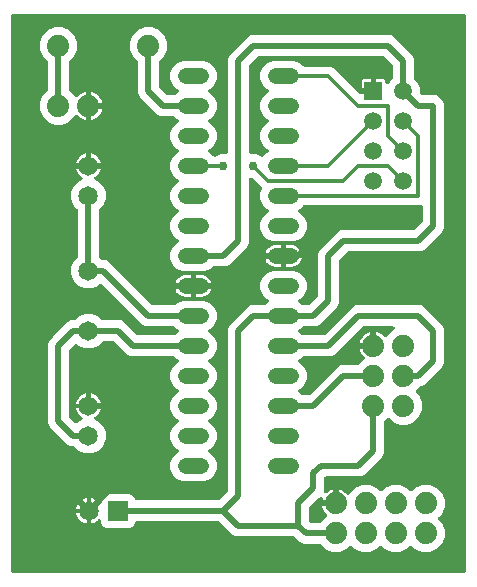
<source format=gbr>
G04 EAGLE Gerber RS-274X export*
G75*
%MOMM*%
%FSLAX34Y34*%
%LPD*%
%INBottom Copper*%
%IPPOS*%
%AMOC8*
5,1,8,0,0,1.08239X$1,22.5*%
G01*
%ADD10C,1.651000*%
%ADD11R,1.651000X1.651000*%
%ADD12C,1.879600*%
%ADD13C,1.320800*%
%ADD14R,1.508000X1.508000*%
%ADD15C,1.508000*%
%ADD16C,0.508000*%
%ADD17C,0.756400*%
%ADD18C,0.304800*%

G36*
X711480Y125226D02*
X711480Y125226D01*
X711506Y125224D01*
X711653Y125246D01*
X711800Y125263D01*
X711825Y125271D01*
X711851Y125275D01*
X711989Y125330D01*
X712128Y125380D01*
X712150Y125394D01*
X712175Y125404D01*
X712296Y125489D01*
X712421Y125569D01*
X712439Y125588D01*
X712461Y125603D01*
X712560Y125713D01*
X712663Y125820D01*
X712677Y125842D01*
X712694Y125862D01*
X712766Y125992D01*
X712842Y126119D01*
X712850Y126144D01*
X712863Y126167D01*
X712903Y126310D01*
X712948Y126451D01*
X712950Y126477D01*
X712958Y126502D01*
X712977Y126746D01*
X712977Y597154D01*
X712974Y597180D01*
X712976Y597206D01*
X712954Y597353D01*
X712937Y597500D01*
X712929Y597525D01*
X712925Y597551D01*
X712870Y597689D01*
X712820Y597828D01*
X712806Y597850D01*
X712796Y597875D01*
X712711Y597996D01*
X712631Y598121D01*
X712612Y598139D01*
X712597Y598161D01*
X712487Y598260D01*
X712380Y598363D01*
X712358Y598377D01*
X712338Y598394D01*
X712208Y598466D01*
X712081Y598542D01*
X712056Y598550D01*
X712033Y598563D01*
X711890Y598603D01*
X711749Y598648D01*
X711723Y598650D01*
X711698Y598658D01*
X711454Y598677D01*
X329946Y598677D01*
X329920Y598674D01*
X329894Y598676D01*
X329747Y598654D01*
X329600Y598637D01*
X329575Y598629D01*
X329549Y598625D01*
X329411Y598570D01*
X329272Y598520D01*
X329250Y598506D01*
X329225Y598496D01*
X329104Y598411D01*
X328979Y598331D01*
X328961Y598312D01*
X328939Y598297D01*
X328840Y598187D01*
X328737Y598080D01*
X328723Y598058D01*
X328706Y598038D01*
X328634Y597908D01*
X328558Y597781D01*
X328550Y597756D01*
X328537Y597733D01*
X328497Y597590D01*
X328452Y597449D01*
X328450Y597423D01*
X328442Y597398D01*
X328423Y597154D01*
X328423Y126746D01*
X328426Y126720D01*
X328424Y126694D01*
X328446Y126547D01*
X328463Y126400D01*
X328471Y126375D01*
X328475Y126349D01*
X328530Y126211D01*
X328580Y126072D01*
X328594Y126050D01*
X328604Y126025D01*
X328689Y125904D01*
X328769Y125779D01*
X328788Y125761D01*
X328803Y125739D01*
X328913Y125640D01*
X329020Y125537D01*
X329042Y125523D01*
X329062Y125506D01*
X329192Y125434D01*
X329319Y125358D01*
X329344Y125350D01*
X329367Y125337D01*
X329510Y125297D01*
X329651Y125252D01*
X329677Y125250D01*
X329702Y125242D01*
X329946Y125223D01*
X711454Y125223D01*
X711480Y125226D01*
G37*
%LPC*%
G36*
X600117Y143001D02*
X600117Y143001D01*
X594329Y145399D01*
X590315Y149413D01*
X590216Y149492D01*
X590122Y149576D01*
X590080Y149600D01*
X590042Y149630D01*
X589928Y149684D01*
X589817Y149745D01*
X589770Y149758D01*
X589727Y149779D01*
X589603Y149805D01*
X589482Y149840D01*
X589421Y149845D01*
X589386Y149852D01*
X589338Y149851D01*
X589238Y149859D01*
X576082Y149859D01*
X572814Y151213D01*
X568263Y155763D01*
X568164Y155842D01*
X568071Y155926D01*
X568028Y155950D01*
X567990Y155980D01*
X567876Y156034D01*
X567766Y156095D01*
X567719Y156108D01*
X567675Y156129D01*
X567552Y156155D01*
X567430Y156190D01*
X567369Y156195D01*
X567335Y156202D01*
X567287Y156201D01*
X567186Y156209D01*
X518932Y156209D01*
X515664Y157563D01*
X504763Y168463D01*
X504664Y168542D01*
X504571Y168626D01*
X504528Y168650D01*
X504490Y168680D01*
X504376Y168734D01*
X504266Y168795D01*
X504219Y168808D01*
X504175Y168829D01*
X504052Y168855D01*
X503930Y168890D01*
X503869Y168895D01*
X503835Y168902D01*
X503787Y168901D01*
X503686Y168909D01*
X434783Y168909D01*
X434708Y168901D01*
X434631Y168902D01*
X434535Y168881D01*
X434437Y168869D01*
X434365Y168844D01*
X434291Y168827D01*
X434202Y168785D01*
X434109Y168752D01*
X434045Y168710D01*
X433976Y168678D01*
X433899Y168616D01*
X433816Y168563D01*
X433763Y168508D01*
X433703Y168460D01*
X433643Y168383D01*
X433574Y168312D01*
X433535Y168247D01*
X433488Y168187D01*
X433419Y168053D01*
X433395Y168013D01*
X433390Y167995D01*
X433376Y167969D01*
X432539Y165948D01*
X430752Y164161D01*
X428418Y163194D01*
X409382Y163194D01*
X407048Y164161D01*
X405261Y165948D01*
X404294Y168282D01*
X404294Y169249D01*
X404283Y169349D01*
X404281Y169450D01*
X404263Y169522D01*
X404254Y169596D01*
X404221Y169690D01*
X404196Y169788D01*
X404162Y169854D01*
X404137Y169924D01*
X404082Y170008D01*
X404036Y170097D01*
X403988Y170154D01*
X403948Y170216D01*
X403876Y170286D01*
X403811Y170363D01*
X403751Y170407D01*
X403697Y170459D01*
X403611Y170510D01*
X403530Y170570D01*
X403462Y170599D01*
X403398Y170638D01*
X403303Y170668D01*
X403210Y170708D01*
X403137Y170721D01*
X403066Y170744D01*
X402966Y170752D01*
X402867Y170770D01*
X402793Y170766D01*
X402719Y170772D01*
X402619Y170757D01*
X402519Y170752D01*
X402448Y170731D01*
X402374Y170720D01*
X402281Y170683D01*
X402184Y170655D01*
X402119Y170619D01*
X402050Y170591D01*
X401968Y170534D01*
X401880Y170485D01*
X401804Y170420D01*
X401764Y170392D01*
X401740Y170366D01*
X401694Y170326D01*
X400933Y169565D01*
X399558Y168567D01*
X398044Y167795D01*
X396428Y167270D01*
X395649Y167147D01*
X395649Y177574D01*
X395646Y177600D01*
X395648Y177626D01*
X395627Y177771D01*
X395630Y177782D01*
X395649Y178026D01*
X395649Y188453D01*
X396428Y188330D01*
X398044Y187805D01*
X399558Y187033D01*
X400933Y186035D01*
X401694Y185274D01*
X401773Y185211D01*
X401845Y185141D01*
X401909Y185103D01*
X401967Y185057D01*
X402058Y185014D01*
X402144Y184962D01*
X402215Y184940D01*
X402282Y184908D01*
X402380Y184887D01*
X402476Y184856D01*
X402550Y184850D01*
X402623Y184835D01*
X402723Y184836D01*
X402823Y184828D01*
X402897Y184839D01*
X402971Y184841D01*
X403068Y184865D01*
X403168Y184880D01*
X403237Y184907D01*
X403309Y184926D01*
X403398Y184972D01*
X403492Y185009D01*
X403553Y185051D01*
X403619Y185085D01*
X403696Y185150D01*
X403778Y185208D01*
X403828Y185263D01*
X403884Y185311D01*
X403944Y185392D01*
X404011Y185466D01*
X404047Y185532D01*
X404092Y185591D01*
X404131Y185683D01*
X404180Y185771D01*
X404200Y185843D01*
X404230Y185911D01*
X404247Y186010D01*
X404275Y186107D01*
X404283Y186207D01*
X404291Y186254D01*
X404289Y186290D01*
X404294Y186351D01*
X404294Y187318D01*
X405261Y189652D01*
X407048Y191439D01*
X409382Y192406D01*
X428418Y192406D01*
X430752Y191439D01*
X432539Y189652D01*
X433376Y187631D01*
X433413Y187564D01*
X433442Y187493D01*
X433498Y187412D01*
X433545Y187326D01*
X433597Y187270D01*
X433640Y187207D01*
X433713Y187141D01*
X433780Y187068D01*
X433843Y187025D01*
X433899Y186974D01*
X433985Y186926D01*
X434066Y186870D01*
X434137Y186842D01*
X434204Y186805D01*
X434299Y186778D01*
X434391Y186742D01*
X434466Y186731D01*
X434540Y186710D01*
X434689Y186698D01*
X434735Y186691D01*
X434754Y186693D01*
X434783Y186691D01*
X503686Y186691D01*
X503812Y186705D01*
X503938Y186712D01*
X503985Y186725D01*
X504033Y186731D01*
X504152Y186773D01*
X504273Y186808D01*
X504315Y186832D01*
X504361Y186848D01*
X504467Y186917D01*
X504577Y186978D01*
X504624Y187018D01*
X504654Y187037D01*
X504687Y187072D01*
X504763Y187137D01*
X511363Y193737D01*
X511442Y193836D01*
X511526Y193929D01*
X511550Y193972D01*
X511580Y194010D01*
X511634Y194124D01*
X511695Y194234D01*
X511708Y194281D01*
X511729Y194325D01*
X511755Y194448D01*
X511790Y194570D01*
X511795Y194631D01*
X511802Y194665D01*
X511801Y194713D01*
X511809Y194814D01*
X511809Y331968D01*
X513163Y335236D01*
X528364Y350437D01*
X531632Y351791D01*
X542135Y351791D01*
X542261Y351805D01*
X542387Y351812D01*
X542433Y351825D01*
X542481Y351831D01*
X542600Y351873D01*
X542722Y351908D01*
X542764Y351932D01*
X542809Y351948D01*
X542916Y352017D01*
X543026Y352078D01*
X543072Y352118D01*
X543102Y352137D01*
X543136Y352172D01*
X543212Y352237D01*
X544858Y353882D01*
X545607Y354193D01*
X545694Y354241D01*
X545787Y354281D01*
X545846Y354326D01*
X545911Y354362D01*
X545986Y354429D01*
X546066Y354489D01*
X546114Y354546D01*
X546169Y354596D01*
X546226Y354679D01*
X546291Y354755D01*
X546325Y354822D01*
X546368Y354883D01*
X546404Y354976D01*
X546450Y355066D01*
X546468Y355138D01*
X546495Y355207D01*
X546510Y355307D01*
X546534Y355404D01*
X546535Y355478D01*
X546546Y355552D01*
X546538Y355652D01*
X546539Y355752D01*
X546523Y355825D01*
X546517Y355899D01*
X546486Y355995D01*
X546465Y356093D01*
X546433Y356160D01*
X546410Y356231D01*
X546358Y356317D01*
X546315Y356408D01*
X546269Y356466D01*
X546231Y356529D01*
X546161Y356601D01*
X546098Y356680D01*
X546040Y356726D01*
X545988Y356779D01*
X545903Y356834D01*
X545824Y356896D01*
X545735Y356942D01*
X545694Y356968D01*
X545661Y356980D01*
X545607Y357007D01*
X544858Y357318D01*
X541214Y360962D01*
X539241Y365723D01*
X539241Y370877D01*
X541214Y375638D01*
X544858Y379282D01*
X549619Y381255D01*
X567981Y381255D01*
X572742Y379282D01*
X576386Y375638D01*
X578359Y370877D01*
X578359Y365723D01*
X576386Y360962D01*
X572742Y357318D01*
X571993Y357007D01*
X571906Y356958D01*
X571813Y356918D01*
X571754Y356874D01*
X571689Y356838D01*
X571614Y356770D01*
X571534Y356711D01*
X571486Y356654D01*
X571431Y356604D01*
X571374Y356521D01*
X571309Y356445D01*
X571275Y356378D01*
X571232Y356317D01*
X571196Y356224D01*
X571150Y356134D01*
X571132Y356062D01*
X571105Y355993D01*
X571090Y355893D01*
X571066Y355796D01*
X571065Y355722D01*
X571054Y355648D01*
X571062Y355548D01*
X571061Y355448D01*
X571077Y355375D01*
X571083Y355301D01*
X571114Y355205D01*
X571135Y355107D01*
X571167Y355040D01*
X571190Y354969D01*
X571242Y354883D01*
X571285Y354792D01*
X571331Y354734D01*
X571369Y354671D01*
X571440Y354598D01*
X571502Y354520D01*
X571560Y354474D01*
X571612Y354421D01*
X571697Y354366D01*
X571776Y354304D01*
X571865Y354258D01*
X571906Y354232D01*
X571939Y354220D01*
X571993Y354193D01*
X572742Y353882D01*
X574388Y352237D01*
X574487Y352158D01*
X574581Y352074D01*
X574623Y352050D01*
X574661Y352020D01*
X574775Y351966D01*
X574886Y351905D01*
X574932Y351892D01*
X574976Y351871D01*
X575099Y351845D01*
X575221Y351810D01*
X575282Y351805D01*
X575317Y351798D01*
X575365Y351799D01*
X575465Y351791D01*
X579886Y351791D01*
X580012Y351805D01*
X580138Y351812D01*
X580185Y351825D01*
X580233Y351831D01*
X580352Y351873D01*
X580473Y351908D01*
X580515Y351932D01*
X580561Y351948D01*
X580667Y352017D01*
X580777Y352078D01*
X580824Y352118D01*
X580854Y352137D01*
X580887Y352172D01*
X580963Y352237D01*
X587563Y358837D01*
X587642Y358936D01*
X587726Y359029D01*
X587750Y359072D01*
X587780Y359110D01*
X587834Y359224D01*
X587895Y359334D01*
X587908Y359381D01*
X587929Y359425D01*
X587955Y359548D01*
X587990Y359670D01*
X587995Y359731D01*
X588002Y359765D01*
X588001Y359813D01*
X588009Y359914D01*
X588009Y395468D01*
X589363Y398736D01*
X604564Y413937D01*
X607832Y415291D01*
X668786Y415291D01*
X668912Y415305D01*
X669038Y415312D01*
X669085Y415325D01*
X669133Y415331D01*
X669252Y415373D01*
X669373Y415408D01*
X669415Y415432D01*
X669461Y415448D01*
X669567Y415517D01*
X669677Y415578D01*
X669724Y415618D01*
X669754Y415637D01*
X669787Y415672D01*
X669863Y415737D01*
X676463Y422337D01*
X676542Y422436D01*
X676626Y422529D01*
X676650Y422572D01*
X676680Y422610D01*
X676734Y422724D01*
X676795Y422834D01*
X676808Y422881D01*
X676829Y422925D01*
X676855Y423048D01*
X676890Y423170D01*
X676895Y423231D01*
X676902Y423265D01*
X676901Y423313D01*
X676909Y423414D01*
X676909Y435275D01*
X676892Y435424D01*
X676880Y435574D01*
X676872Y435597D01*
X676869Y435621D01*
X676819Y435762D01*
X676772Y435905D01*
X676760Y435926D01*
X676752Y435949D01*
X676670Y436075D01*
X676593Y436204D01*
X676576Y436221D01*
X676563Y436242D01*
X676455Y436346D01*
X676350Y436454D01*
X676330Y436467D01*
X676312Y436484D01*
X676183Y436561D01*
X676057Y436642D01*
X676034Y436650D01*
X676013Y436663D01*
X675870Y436709D01*
X675728Y436759D01*
X675704Y436762D01*
X675681Y436769D01*
X675532Y436781D01*
X675382Y436798D01*
X675358Y436795D01*
X675334Y436797D01*
X675185Y436775D01*
X675036Y436757D01*
X675008Y436748D01*
X674989Y436745D01*
X674945Y436728D01*
X674803Y436682D01*
X674666Y436625D01*
X576481Y436625D01*
X576355Y436611D01*
X576229Y436604D01*
X576183Y436591D01*
X576135Y436585D01*
X576016Y436543D01*
X575894Y436508D01*
X575852Y436484D01*
X575807Y436468D01*
X575700Y436399D01*
X575590Y436338D01*
X575544Y436298D01*
X575514Y436279D01*
X575480Y436244D01*
X575404Y436179D01*
X572742Y433518D01*
X571993Y433207D01*
X571906Y433158D01*
X571813Y433118D01*
X571754Y433074D01*
X571689Y433038D01*
X571614Y432970D01*
X571534Y432911D01*
X571486Y432854D01*
X571431Y432804D01*
X571374Y432721D01*
X571309Y432645D01*
X571275Y432578D01*
X571232Y432517D01*
X571196Y432424D01*
X571150Y432334D01*
X571132Y432262D01*
X571105Y432193D01*
X571090Y432093D01*
X571066Y431996D01*
X571065Y431922D01*
X571054Y431848D01*
X571062Y431748D01*
X571061Y431648D01*
X571077Y431575D01*
X571083Y431501D01*
X571114Y431405D01*
X571135Y431307D01*
X571167Y431240D01*
X571190Y431169D01*
X571242Y431083D01*
X571285Y430992D01*
X571331Y430934D01*
X571369Y430871D01*
X571440Y430798D01*
X571502Y430720D01*
X571560Y430674D01*
X571612Y430621D01*
X571697Y430566D01*
X571776Y430504D01*
X571865Y430458D01*
X571906Y430432D01*
X571939Y430420D01*
X571993Y430393D01*
X572742Y430082D01*
X576386Y426438D01*
X578359Y421677D01*
X578359Y416523D01*
X576386Y411762D01*
X572742Y408118D01*
X567981Y406145D01*
X549619Y406145D01*
X544858Y408118D01*
X541214Y411762D01*
X539241Y416523D01*
X539241Y421677D01*
X541214Y426438D01*
X544858Y430082D01*
X545607Y430393D01*
X545694Y430441D01*
X545787Y430481D01*
X545846Y430526D01*
X545911Y430562D01*
X545986Y430629D01*
X546066Y430689D01*
X546114Y430746D01*
X546169Y430796D01*
X546226Y430879D01*
X546291Y430955D01*
X546325Y431022D01*
X546368Y431083D01*
X546404Y431176D01*
X546450Y431266D01*
X546468Y431338D01*
X546495Y431407D01*
X546510Y431507D01*
X546534Y431604D01*
X546535Y431678D01*
X546546Y431752D01*
X546538Y431852D01*
X546539Y431952D01*
X546523Y432025D01*
X546517Y432099D01*
X546486Y432195D01*
X546465Y432293D01*
X546433Y432360D01*
X546410Y432431D01*
X546358Y432517D01*
X546315Y432608D01*
X546269Y432666D01*
X546231Y432729D01*
X546161Y432801D01*
X546098Y432880D01*
X546040Y432926D01*
X545988Y432979D01*
X545903Y433034D01*
X545824Y433096D01*
X545735Y433142D01*
X545694Y433168D01*
X545661Y433180D01*
X545607Y433207D01*
X544858Y433518D01*
X541214Y437162D01*
X539241Y441923D01*
X539241Y447077D01*
X540564Y450270D01*
X540585Y450343D01*
X540615Y450413D01*
X540632Y450510D01*
X540659Y450605D01*
X540663Y450681D01*
X540677Y450757D01*
X540672Y450855D01*
X540676Y450953D01*
X540663Y451028D01*
X540659Y451105D01*
X540632Y451199D01*
X540614Y451296D01*
X540583Y451366D01*
X540562Y451439D01*
X540514Y451525D01*
X540475Y451616D01*
X540429Y451677D01*
X540392Y451744D01*
X540295Y451857D01*
X540267Y451895D01*
X540253Y451908D01*
X540234Y451930D01*
X539210Y452954D01*
X532842Y459321D01*
X532743Y459400D01*
X532649Y459484D01*
X532607Y459508D01*
X532569Y459538D01*
X532455Y459592D01*
X532344Y459653D01*
X532298Y459666D01*
X532254Y459687D01*
X532131Y459713D01*
X532009Y459748D01*
X531948Y459753D01*
X531913Y459760D01*
X531865Y459759D01*
X531765Y459767D01*
X531114Y459767D01*
X531088Y459764D01*
X531062Y459766D01*
X530915Y459744D01*
X530768Y459727D01*
X530743Y459719D01*
X530717Y459715D01*
X530579Y459660D01*
X530440Y459610D01*
X530418Y459596D01*
X530393Y459586D01*
X530272Y459501D01*
X530147Y459421D01*
X530129Y459402D01*
X530107Y459387D01*
X530008Y459277D01*
X529905Y459170D01*
X529891Y459148D01*
X529874Y459128D01*
X529802Y458998D01*
X529726Y458871D01*
X529718Y458846D01*
X529705Y458823D01*
X529665Y458680D01*
X529620Y458539D01*
X529618Y458513D01*
X529610Y458488D01*
X529591Y458244D01*
X529591Y404632D01*
X528237Y401364D01*
X513036Y386163D01*
X509768Y384809D01*
X499265Y384809D01*
X499139Y384795D01*
X499013Y384788D01*
X498967Y384775D01*
X498919Y384769D01*
X498800Y384727D01*
X498678Y384692D01*
X498636Y384668D01*
X498591Y384652D01*
X498484Y384583D01*
X498374Y384522D01*
X498328Y384482D01*
X498298Y384463D01*
X498264Y384428D01*
X498188Y384363D01*
X496542Y382718D01*
X491781Y380745D01*
X473419Y380745D01*
X468658Y382718D01*
X465014Y386362D01*
X463041Y391123D01*
X463041Y396277D01*
X465014Y401038D01*
X468658Y404682D01*
X469407Y404993D01*
X469494Y405042D01*
X469587Y405082D01*
X469646Y405126D01*
X469711Y405162D01*
X469786Y405230D01*
X469866Y405289D01*
X469914Y405346D01*
X469969Y405396D01*
X470026Y405479D01*
X470091Y405555D01*
X470125Y405622D01*
X470168Y405683D01*
X470204Y405776D01*
X470250Y405866D01*
X470268Y405938D01*
X470295Y406007D01*
X470310Y406107D01*
X470334Y406204D01*
X470335Y406278D01*
X470346Y406352D01*
X470338Y406452D01*
X470339Y406552D01*
X470323Y406625D01*
X470317Y406699D01*
X470286Y406795D01*
X470265Y406893D01*
X470233Y406960D01*
X470210Y407031D01*
X470158Y407117D01*
X470115Y407208D01*
X470069Y407266D01*
X470031Y407329D01*
X469960Y407402D01*
X469898Y407480D01*
X469840Y407526D01*
X469788Y407579D01*
X469703Y407634D01*
X469624Y407696D01*
X469535Y407742D01*
X469494Y407768D01*
X469461Y407780D01*
X469407Y407807D01*
X468658Y408118D01*
X465014Y411762D01*
X463041Y416523D01*
X463041Y421677D01*
X465014Y426438D01*
X468658Y430082D01*
X469407Y430393D01*
X469494Y430442D01*
X469587Y430482D01*
X469646Y430526D01*
X469711Y430562D01*
X469786Y430630D01*
X469866Y430689D01*
X469914Y430746D01*
X469969Y430796D01*
X470026Y430879D01*
X470091Y430955D01*
X470125Y431022D01*
X470168Y431083D01*
X470204Y431176D01*
X470250Y431266D01*
X470268Y431338D01*
X470295Y431407D01*
X470310Y431507D01*
X470334Y431604D01*
X470335Y431678D01*
X470346Y431752D01*
X470338Y431852D01*
X470339Y431952D01*
X470323Y432025D01*
X470317Y432099D01*
X470286Y432195D01*
X470265Y432293D01*
X470233Y432360D01*
X470210Y432431D01*
X470158Y432517D01*
X470115Y432608D01*
X470069Y432666D01*
X470031Y432729D01*
X469960Y432802D01*
X469898Y432880D01*
X469840Y432926D01*
X469788Y432979D01*
X469703Y433034D01*
X469624Y433096D01*
X469535Y433142D01*
X469494Y433168D01*
X469461Y433180D01*
X469407Y433207D01*
X468658Y433518D01*
X465014Y437162D01*
X463041Y441923D01*
X463041Y447077D01*
X465014Y451838D01*
X468658Y455482D01*
X469407Y455793D01*
X469494Y455842D01*
X469587Y455882D01*
X469646Y455926D01*
X469711Y455962D01*
X469786Y456030D01*
X469866Y456089D01*
X469914Y456146D01*
X469969Y456196D01*
X470026Y456279D01*
X470091Y456355D01*
X470125Y456422D01*
X470168Y456483D01*
X470204Y456576D01*
X470250Y456666D01*
X470268Y456738D01*
X470295Y456807D01*
X470310Y456907D01*
X470334Y457004D01*
X470335Y457078D01*
X470346Y457152D01*
X470338Y457252D01*
X470339Y457352D01*
X470323Y457425D01*
X470317Y457499D01*
X470286Y457595D01*
X470265Y457693D01*
X470233Y457760D01*
X470210Y457831D01*
X470158Y457917D01*
X470115Y458008D01*
X470069Y458066D01*
X470031Y458129D01*
X469960Y458202D01*
X469898Y458280D01*
X469840Y458326D01*
X469788Y458379D01*
X469703Y458434D01*
X469624Y458496D01*
X469535Y458542D01*
X469494Y458568D01*
X469461Y458580D01*
X469407Y458607D01*
X468658Y458918D01*
X465014Y462562D01*
X463041Y467323D01*
X463041Y472477D01*
X465014Y477238D01*
X468658Y480882D01*
X469407Y481193D01*
X469494Y481242D01*
X469587Y481282D01*
X469646Y481326D01*
X469711Y481362D01*
X469786Y481430D01*
X469866Y481489D01*
X469914Y481546D01*
X469969Y481596D01*
X470026Y481679D01*
X470091Y481755D01*
X470125Y481822D01*
X470168Y481883D01*
X470204Y481976D01*
X470250Y482066D01*
X470268Y482138D01*
X470295Y482207D01*
X470310Y482307D01*
X470334Y482404D01*
X470335Y482478D01*
X470346Y482552D01*
X470338Y482652D01*
X470339Y482752D01*
X470323Y482825D01*
X470317Y482899D01*
X470286Y482995D01*
X470265Y483093D01*
X470233Y483160D01*
X470210Y483231D01*
X470158Y483317D01*
X470115Y483408D01*
X470069Y483466D01*
X470031Y483529D01*
X469960Y483602D01*
X469898Y483680D01*
X469840Y483726D01*
X469788Y483779D01*
X469703Y483834D01*
X469624Y483896D01*
X469535Y483942D01*
X469494Y483968D01*
X469461Y483980D01*
X469407Y484007D01*
X468658Y484318D01*
X465014Y487962D01*
X463041Y492723D01*
X463041Y497877D01*
X465014Y502638D01*
X468658Y506282D01*
X469407Y506593D01*
X469494Y506642D01*
X469587Y506682D01*
X469646Y506726D01*
X469711Y506762D01*
X469786Y506830D01*
X469866Y506889D01*
X469914Y506946D01*
X469969Y506996D01*
X470026Y507079D01*
X470091Y507155D01*
X470125Y507222D01*
X470168Y507283D01*
X470204Y507376D01*
X470250Y507466D01*
X470268Y507538D01*
X470295Y507607D01*
X470310Y507707D01*
X470334Y507804D01*
X470335Y507878D01*
X470346Y507952D01*
X470338Y508052D01*
X470339Y508152D01*
X470323Y508225D01*
X470317Y508299D01*
X470286Y508395D01*
X470265Y508493D01*
X470233Y508560D01*
X470210Y508631D01*
X470158Y508717D01*
X470115Y508808D01*
X470069Y508866D01*
X470031Y508929D01*
X469960Y509002D01*
X469898Y509080D01*
X469840Y509126D01*
X469788Y509179D01*
X469703Y509234D01*
X469624Y509296D01*
X469535Y509342D01*
X469494Y509368D01*
X469461Y509380D01*
X469407Y509407D01*
X468658Y509718D01*
X467012Y511363D01*
X466913Y511442D01*
X466819Y511526D01*
X466777Y511550D01*
X466739Y511580D01*
X466625Y511634D01*
X466514Y511695D01*
X466468Y511708D01*
X466424Y511729D01*
X466301Y511755D01*
X466179Y511790D01*
X466118Y511795D01*
X466083Y511802D01*
X466035Y511801D01*
X465935Y511809D01*
X455432Y511809D01*
X452164Y513163D01*
X449449Y515878D01*
X439678Y525649D01*
X436963Y528364D01*
X435609Y531632D01*
X435609Y557488D01*
X435595Y557613D01*
X435588Y557740D01*
X435575Y557786D01*
X435569Y557834D01*
X435527Y557953D01*
X435492Y558074D01*
X435468Y558117D01*
X435452Y558162D01*
X435383Y558268D01*
X435322Y558379D01*
X435282Y558425D01*
X435263Y558455D01*
X435228Y558488D01*
X435163Y558565D01*
X431149Y562579D01*
X428751Y568367D01*
X428751Y574633D01*
X431149Y580421D01*
X435579Y584851D01*
X441367Y587249D01*
X447633Y587249D01*
X453421Y584851D01*
X457851Y580421D01*
X460249Y574633D01*
X460249Y568367D01*
X457851Y562579D01*
X453837Y558565D01*
X453758Y558466D01*
X453674Y558372D01*
X453650Y558330D01*
X453620Y558292D01*
X453566Y558178D01*
X453505Y558067D01*
X453492Y558020D01*
X453471Y557977D01*
X453445Y557853D01*
X453410Y557731D01*
X453405Y557671D01*
X453398Y557636D01*
X453399Y557588D01*
X453391Y557488D01*
X453391Y537714D01*
X453405Y537588D01*
X453412Y537462D01*
X453425Y537415D01*
X453431Y537367D01*
X453473Y537248D01*
X453508Y537127D01*
X453532Y537085D01*
X453548Y537039D01*
X453617Y536933D01*
X453678Y536823D01*
X453718Y536776D01*
X453737Y536746D01*
X453772Y536713D01*
X453837Y536637D01*
X460437Y530037D01*
X460536Y529958D01*
X460629Y529874D01*
X460672Y529850D01*
X460710Y529820D01*
X460824Y529766D01*
X460934Y529705D01*
X460981Y529692D01*
X461025Y529671D01*
X461148Y529645D01*
X461270Y529610D01*
X461331Y529605D01*
X461365Y529598D01*
X461413Y529599D01*
X461514Y529591D01*
X465935Y529591D01*
X466061Y529605D01*
X466187Y529612D01*
X466233Y529625D01*
X466281Y529631D01*
X466400Y529673D01*
X466522Y529708D01*
X466564Y529732D01*
X466609Y529748D01*
X466716Y529817D01*
X466826Y529878D01*
X466872Y529918D01*
X466902Y529937D01*
X466936Y529972D01*
X467012Y530037D01*
X468658Y531682D01*
X469407Y531993D01*
X469494Y532042D01*
X469587Y532082D01*
X469646Y532126D01*
X469711Y532162D01*
X469786Y532230D01*
X469866Y532289D01*
X469914Y532346D01*
X469969Y532396D01*
X470026Y532479D01*
X470091Y532555D01*
X470125Y532622D01*
X470168Y532683D01*
X470204Y532776D01*
X470250Y532866D01*
X470268Y532938D01*
X470295Y533007D01*
X470310Y533107D01*
X470334Y533204D01*
X470335Y533278D01*
X470346Y533352D01*
X470338Y533452D01*
X470339Y533552D01*
X470323Y533625D01*
X470317Y533699D01*
X470286Y533795D01*
X470265Y533893D01*
X470233Y533960D01*
X470210Y534031D01*
X470158Y534117D01*
X470115Y534208D01*
X470069Y534266D01*
X470031Y534329D01*
X469960Y534402D01*
X469898Y534480D01*
X469840Y534526D01*
X469788Y534579D01*
X469703Y534634D01*
X469624Y534696D01*
X469535Y534742D01*
X469494Y534768D01*
X469461Y534780D01*
X469407Y534807D01*
X468658Y535118D01*
X465014Y538762D01*
X463041Y543523D01*
X463041Y548677D01*
X465014Y553438D01*
X468658Y557082D01*
X473419Y559055D01*
X491781Y559055D01*
X496542Y557082D01*
X500186Y553438D01*
X502159Y548677D01*
X502159Y543523D01*
X500186Y538762D01*
X496542Y535118D01*
X495793Y534807D01*
X495706Y534759D01*
X495613Y534719D01*
X495554Y534674D01*
X495489Y534638D01*
X495414Y534571D01*
X495334Y534511D01*
X495286Y534454D01*
X495231Y534404D01*
X495174Y534321D01*
X495109Y534245D01*
X495075Y534178D01*
X495032Y534117D01*
X494996Y534024D01*
X494950Y533934D01*
X494932Y533862D01*
X494905Y533793D01*
X494890Y533693D01*
X494866Y533596D01*
X494865Y533522D01*
X494854Y533448D01*
X494862Y533348D01*
X494861Y533248D01*
X494877Y533175D01*
X494883Y533101D01*
X494914Y533005D01*
X494935Y532907D01*
X494967Y532840D01*
X494990Y532769D01*
X495042Y532683D01*
X495085Y532592D01*
X495131Y532534D01*
X495169Y532471D01*
X495239Y532399D01*
X495302Y532320D01*
X495360Y532274D01*
X495412Y532221D01*
X495497Y532166D01*
X495576Y532104D01*
X495665Y532058D01*
X495706Y532032D01*
X495739Y532020D01*
X495793Y531993D01*
X496542Y531682D01*
X500186Y528038D01*
X502159Y523277D01*
X502159Y518123D01*
X500186Y513362D01*
X496542Y509718D01*
X495793Y509407D01*
X495706Y509359D01*
X495613Y509319D01*
X495554Y509274D01*
X495489Y509238D01*
X495414Y509171D01*
X495334Y509111D01*
X495286Y509054D01*
X495231Y509004D01*
X495174Y508921D01*
X495109Y508845D01*
X495075Y508778D01*
X495032Y508717D01*
X494996Y508624D01*
X494950Y508534D01*
X494932Y508462D01*
X494905Y508393D01*
X494890Y508293D01*
X494866Y508196D01*
X494865Y508122D01*
X494854Y508048D01*
X494862Y507948D01*
X494861Y507848D01*
X494877Y507775D01*
X494883Y507701D01*
X494914Y507605D01*
X494935Y507507D01*
X494967Y507440D01*
X494990Y507369D01*
X495042Y507283D01*
X495085Y507192D01*
X495131Y507134D01*
X495169Y507071D01*
X495239Y506999D01*
X495302Y506920D01*
X495360Y506874D01*
X495412Y506821D01*
X495497Y506766D01*
X495576Y506704D01*
X495665Y506658D01*
X495706Y506632D01*
X495739Y506620D01*
X495793Y506593D01*
X496542Y506282D01*
X500186Y502638D01*
X502159Y497877D01*
X502159Y492723D01*
X500186Y487962D01*
X496542Y484318D01*
X495793Y484007D01*
X495706Y483959D01*
X495613Y483919D01*
X495554Y483874D01*
X495489Y483838D01*
X495414Y483771D01*
X495334Y483711D01*
X495286Y483654D01*
X495231Y483604D01*
X495174Y483521D01*
X495109Y483445D01*
X495075Y483378D01*
X495032Y483317D01*
X494996Y483224D01*
X494950Y483134D01*
X494932Y483062D01*
X494905Y482993D01*
X494890Y482893D01*
X494866Y482796D01*
X494865Y482722D01*
X494854Y482648D01*
X494862Y482548D01*
X494861Y482448D01*
X494877Y482375D01*
X494883Y482301D01*
X494914Y482205D01*
X494935Y482107D01*
X494967Y482040D01*
X494990Y481969D01*
X495042Y481883D01*
X495085Y481792D01*
X495131Y481734D01*
X495169Y481671D01*
X495239Y481599D01*
X495302Y481520D01*
X495360Y481474D01*
X495412Y481421D01*
X495497Y481366D01*
X495576Y481304D01*
X495665Y481258D01*
X495706Y481232D01*
X495739Y481220D01*
X495793Y481193D01*
X496542Y480882D01*
X499204Y478221D01*
X499303Y478142D01*
X499397Y478058D01*
X499439Y478034D01*
X499477Y478004D01*
X499591Y477950D01*
X499702Y477889D01*
X499748Y477876D01*
X499792Y477855D01*
X499915Y477829D01*
X500037Y477794D01*
X500098Y477789D01*
X500133Y477782D01*
X500181Y477783D01*
X500281Y477775D01*
X500914Y477775D01*
X501040Y477789D01*
X501166Y477796D01*
X501212Y477809D01*
X501260Y477815D01*
X501379Y477857D01*
X501501Y477892D01*
X501543Y477916D01*
X501588Y477932D01*
X501694Y478001D01*
X501805Y478062D01*
X501851Y478102D01*
X501881Y478121D01*
X501915Y478156D01*
X501991Y478221D01*
X502260Y478490D01*
X505984Y480033D01*
X510286Y480033D01*
X510312Y480036D01*
X510338Y480034D01*
X510485Y480056D01*
X510632Y480073D01*
X510657Y480081D01*
X510683Y480085D01*
X510821Y480140D01*
X510960Y480190D01*
X510982Y480204D01*
X511007Y480214D01*
X511128Y480299D01*
X511253Y480379D01*
X511271Y480398D01*
X511293Y480413D01*
X511392Y480523D01*
X511495Y480630D01*
X511509Y480652D01*
X511526Y480672D01*
X511598Y480802D01*
X511674Y480929D01*
X511682Y480954D01*
X511695Y480977D01*
X511735Y481120D01*
X511780Y481261D01*
X511782Y481287D01*
X511790Y481312D01*
X511809Y481556D01*
X511809Y560568D01*
X513163Y563836D01*
X528364Y579037D01*
X531632Y580391D01*
X649468Y580391D01*
X652736Y579037D01*
X667937Y563836D01*
X669291Y560568D01*
X669291Y544785D01*
X669305Y544659D01*
X669312Y544533D01*
X669325Y544486D01*
X669331Y544438D01*
X669373Y544320D01*
X669408Y544198D01*
X669432Y544156D01*
X669448Y544110D01*
X669517Y544004D01*
X669578Y543894D01*
X669618Y543848D01*
X669637Y543818D01*
X669672Y543784D01*
X669737Y543708D01*
X672176Y541269D01*
X674291Y536163D01*
X674291Y532714D01*
X674305Y532588D01*
X674312Y532462D01*
X674325Y532415D01*
X674331Y532367D01*
X674373Y532248D01*
X674408Y532127D01*
X674432Y532085D01*
X674448Y532039D01*
X674517Y531933D01*
X674578Y531823D01*
X674618Y531776D01*
X674637Y531746D01*
X674672Y531713D01*
X674737Y531637D01*
X676337Y530037D01*
X676436Y529958D01*
X676529Y529874D01*
X676572Y529850D01*
X676610Y529820D01*
X676724Y529766D01*
X676834Y529705D01*
X676881Y529692D01*
X676925Y529671D01*
X677048Y529645D01*
X677170Y529610D01*
X677231Y529605D01*
X677265Y529598D01*
X677313Y529599D01*
X677414Y529591D01*
X687568Y529591D01*
X690836Y528237D01*
X693337Y525736D01*
X694691Y522468D01*
X694691Y417332D01*
X693337Y414064D01*
X678136Y398863D01*
X674868Y397509D01*
X613914Y397509D01*
X613788Y397495D01*
X613662Y397488D01*
X613615Y397475D01*
X613567Y397469D01*
X613448Y397427D01*
X613327Y397392D01*
X613285Y397368D01*
X613239Y397352D01*
X613133Y397283D01*
X613023Y397222D01*
X612976Y397182D01*
X612946Y397163D01*
X612913Y397128D01*
X612837Y397063D01*
X606237Y390463D01*
X606158Y390364D01*
X606074Y390271D01*
X606050Y390228D01*
X606020Y390190D01*
X605966Y390076D01*
X605905Y389966D01*
X605892Y389919D01*
X605871Y389875D01*
X605845Y389752D01*
X605810Y389630D01*
X605805Y389569D01*
X605798Y389535D01*
X605799Y389487D01*
X605791Y389386D01*
X605791Y353832D01*
X604437Y350564D01*
X589236Y335363D01*
X585968Y334009D01*
X575465Y334009D01*
X575339Y333995D01*
X575213Y333988D01*
X575167Y333975D01*
X575119Y333969D01*
X575000Y333927D01*
X574878Y333892D01*
X574836Y333868D01*
X574791Y333852D01*
X574684Y333783D01*
X574574Y333722D01*
X574528Y333682D01*
X574498Y333663D01*
X574464Y333628D01*
X574388Y333563D01*
X572742Y331918D01*
X571993Y331607D01*
X571906Y331558D01*
X571813Y331518D01*
X571754Y331474D01*
X571689Y331438D01*
X571614Y331370D01*
X571534Y331311D01*
X571486Y331254D01*
X571431Y331204D01*
X571374Y331121D01*
X571309Y331045D01*
X571275Y330978D01*
X571232Y330917D01*
X571196Y330824D01*
X571150Y330734D01*
X571132Y330662D01*
X571105Y330593D01*
X571090Y330493D01*
X571066Y330396D01*
X571065Y330322D01*
X571054Y330248D01*
X571062Y330148D01*
X571061Y330048D01*
X571077Y329975D01*
X571083Y329901D01*
X571114Y329805D01*
X571135Y329707D01*
X571167Y329640D01*
X571190Y329569D01*
X571242Y329483D01*
X571285Y329392D01*
X571331Y329334D01*
X571369Y329271D01*
X571440Y329198D01*
X571502Y329120D01*
X571560Y329074D01*
X571612Y329021D01*
X571697Y328966D01*
X571776Y328904D01*
X571865Y328858D01*
X571906Y328832D01*
X571939Y328820D01*
X571993Y328793D01*
X572742Y328483D01*
X574388Y326837D01*
X574487Y326758D01*
X574581Y326674D01*
X574623Y326650D01*
X574661Y326620D01*
X574775Y326566D01*
X574886Y326505D01*
X574932Y326492D01*
X574976Y326471D01*
X575099Y326445D01*
X575221Y326410D01*
X575282Y326405D01*
X575317Y326398D01*
X575365Y326399D01*
X575465Y326391D01*
X592586Y326391D01*
X592712Y326405D01*
X592838Y326412D01*
X592885Y326425D01*
X592933Y326431D01*
X593052Y326473D01*
X593173Y326508D01*
X593215Y326532D01*
X593261Y326548D01*
X593367Y326617D01*
X593477Y326678D01*
X593524Y326718D01*
X593554Y326737D01*
X593587Y326772D01*
X593663Y326837D01*
X617264Y350437D01*
X620532Y351791D01*
X674868Y351791D01*
X678136Y350437D01*
X693337Y335236D01*
X694691Y331968D01*
X694691Y303032D01*
X693337Y299764D01*
X678136Y284563D01*
X674868Y283209D01*
X674412Y283209D01*
X674287Y283195D01*
X674160Y283188D01*
X674114Y283175D01*
X674066Y283169D01*
X673947Y283127D01*
X673826Y283092D01*
X673783Y283068D01*
X673738Y283052D01*
X673632Y282983D01*
X673521Y282922D01*
X673475Y282882D01*
X673445Y282863D01*
X673412Y282828D01*
X673335Y282763D01*
X671049Y280477D01*
X671033Y280457D01*
X671013Y280440D01*
X670925Y280320D01*
X670833Y280204D01*
X670821Y280180D01*
X670806Y280159D01*
X670747Y280023D01*
X670684Y279889D01*
X670678Y279863D01*
X670668Y279839D01*
X670641Y279693D01*
X670610Y279548D01*
X670611Y279522D01*
X670606Y279496D01*
X670614Y279348D01*
X670616Y279200D01*
X670623Y279174D01*
X670624Y279148D01*
X670665Y279006D01*
X670701Y278862D01*
X670713Y278839D01*
X670721Y278813D01*
X670793Y278684D01*
X670861Y278552D01*
X670878Y278532D01*
X670891Y278509D01*
X671049Y278323D01*
X673751Y275621D01*
X676149Y269833D01*
X676149Y263567D01*
X673751Y257779D01*
X669321Y253349D01*
X663533Y250951D01*
X657267Y250951D01*
X651479Y253349D01*
X648777Y256051D01*
X648757Y256067D01*
X648740Y256087D01*
X648620Y256175D01*
X648504Y256267D01*
X648480Y256279D01*
X648459Y256294D01*
X648323Y256353D01*
X648189Y256416D01*
X648163Y256422D01*
X648139Y256432D01*
X647993Y256459D01*
X647848Y256490D01*
X647822Y256489D01*
X647796Y256494D01*
X647648Y256486D01*
X647500Y256484D01*
X647474Y256477D01*
X647448Y256476D01*
X647306Y256435D01*
X647162Y256399D01*
X647139Y256387D01*
X647113Y256379D01*
X646984Y256307D01*
X646852Y256239D01*
X646832Y256222D01*
X646809Y256209D01*
X646623Y256051D01*
X644337Y253765D01*
X644258Y253666D01*
X644174Y253572D01*
X644150Y253530D01*
X644120Y253492D01*
X644066Y253378D01*
X644005Y253267D01*
X643992Y253220D01*
X643971Y253177D01*
X643945Y253053D01*
X643910Y252931D01*
X643905Y252871D01*
X643898Y252836D01*
X643899Y252788D01*
X643891Y252688D01*
X643891Y226832D01*
X642537Y223564D01*
X627336Y208363D01*
X624068Y207009D01*
X594864Y207009D01*
X594738Y206995D01*
X594612Y206988D01*
X594565Y206975D01*
X594517Y206969D01*
X594399Y206927D01*
X594277Y206892D01*
X594235Y206868D01*
X594189Y206852D01*
X594083Y206783D01*
X593973Y206722D01*
X593927Y206682D01*
X593896Y206663D01*
X593863Y206628D01*
X593787Y206563D01*
X593537Y206314D01*
X593458Y206214D01*
X593374Y206121D01*
X593350Y206078D01*
X593320Y206041D01*
X593266Y205926D01*
X593205Y205816D01*
X593192Y205769D01*
X593171Y205726D01*
X593145Y205602D01*
X593110Y205480D01*
X593105Y205420D01*
X593098Y205385D01*
X593099Y205337D01*
X593091Y205236D01*
X593091Y195082D01*
X593047Y194975D01*
X593033Y194927D01*
X593011Y194881D01*
X592985Y194759D01*
X592951Y194640D01*
X592948Y194589D01*
X592938Y194540D01*
X592940Y194416D01*
X592934Y194292D01*
X592943Y194242D01*
X592944Y194192D01*
X592974Y194071D01*
X592996Y193949D01*
X593016Y193903D01*
X593029Y193854D01*
X593086Y193743D01*
X593135Y193629D01*
X593165Y193589D01*
X593188Y193544D01*
X593269Y193449D01*
X593343Y193350D01*
X593382Y193317D01*
X593414Y193279D01*
X593514Y193205D01*
X593609Y193124D01*
X593654Y193101D01*
X593695Y193071D01*
X593809Y193022D01*
X593919Y192966D01*
X593968Y192953D01*
X594015Y192933D01*
X594137Y192911D01*
X594258Y192881D01*
X594308Y192881D01*
X594358Y192872D01*
X594482Y192878D01*
X594606Y192876D01*
X594655Y192887D01*
X594706Y192890D01*
X594825Y192924D01*
X594947Y192951D01*
X594992Y192972D01*
X595040Y192986D01*
X595149Y193047D01*
X595261Y193100D01*
X595301Y193132D01*
X595345Y193156D01*
X595403Y193206D01*
X596993Y194361D01*
X598667Y195214D01*
X600454Y195795D01*
X600711Y195835D01*
X600711Y186689D01*
X591565Y186689D01*
X591605Y186946D01*
X591924Y187927D01*
X591957Y188088D01*
X591992Y188250D01*
X591991Y188259D01*
X591993Y188269D01*
X591988Y188432D01*
X591986Y188598D01*
X591983Y188607D01*
X591983Y188617D01*
X591940Y188777D01*
X591900Y188936D01*
X591896Y188945D01*
X591894Y188954D01*
X591816Y189100D01*
X591741Y189246D01*
X591735Y189253D01*
X591730Y189262D01*
X591622Y189386D01*
X591515Y189511D01*
X591507Y189517D01*
X591501Y189524D01*
X591368Y189620D01*
X591235Y189718D01*
X591226Y189722D01*
X591218Y189728D01*
X591066Y189791D01*
X590915Y189856D01*
X590905Y189858D01*
X590896Y189862D01*
X590734Y189889D01*
X590572Y189918D01*
X590562Y189918D01*
X590553Y189919D01*
X590388Y189909D01*
X590224Y189900D01*
X590214Y189898D01*
X590205Y189897D01*
X590047Y189849D01*
X589889Y189804D01*
X589880Y189799D01*
X589871Y189796D01*
X589729Y189714D01*
X589585Y189633D01*
X589576Y189626D01*
X589569Y189622D01*
X589547Y189602D01*
X589398Y189475D01*
X589022Y189099D01*
X580837Y180913D01*
X580758Y180814D01*
X580674Y180721D01*
X580650Y180678D01*
X580620Y180640D01*
X580566Y180526D01*
X580505Y180416D01*
X580492Y180369D01*
X580471Y180325D01*
X580445Y180202D01*
X580410Y180080D01*
X580405Y180019D01*
X580398Y179985D01*
X580399Y179937D01*
X580391Y179836D01*
X580391Y169414D01*
X580405Y169288D01*
X580412Y169162D01*
X580425Y169115D01*
X580431Y169067D01*
X580473Y168948D01*
X580508Y168827D01*
X580532Y168785D01*
X580548Y168739D01*
X580588Y168677D01*
X580589Y168676D01*
X580591Y168673D01*
X580617Y168633D01*
X580678Y168523D01*
X580718Y168476D01*
X580737Y168446D01*
X580771Y168413D01*
X580788Y168390D01*
X580803Y168376D01*
X580837Y168337D01*
X581087Y168087D01*
X581186Y168008D01*
X581279Y167924D01*
X581322Y167900D01*
X581360Y167870D01*
X581474Y167816D01*
X581584Y167755D01*
X581631Y167742D01*
X581675Y167721D01*
X581798Y167695D01*
X581920Y167660D01*
X581981Y167655D01*
X582015Y167648D01*
X582063Y167649D01*
X582164Y167641D01*
X589238Y167641D01*
X589363Y167655D01*
X589490Y167662D01*
X589536Y167675D01*
X589584Y167681D01*
X589703Y167723D01*
X589824Y167758D01*
X589867Y167782D01*
X589912Y167798D01*
X590018Y167867D01*
X590129Y167928D01*
X590175Y167968D01*
X590205Y167987D01*
X590238Y168022D01*
X590315Y168087D01*
X594329Y172101D01*
X595124Y172430D01*
X595207Y172477D01*
X595295Y172514D01*
X595359Y172561D01*
X595428Y172600D01*
X595499Y172664D01*
X595576Y172720D01*
X595628Y172781D01*
X595687Y172834D01*
X595741Y172912D01*
X595803Y172985D01*
X595840Y173055D01*
X595885Y173120D01*
X595920Y173209D01*
X595964Y173294D01*
X595984Y173371D01*
X596013Y173445D01*
X596027Y173539D01*
X596050Y173632D01*
X596052Y173711D01*
X596063Y173789D01*
X596055Y173885D01*
X596057Y173980D01*
X596041Y174058D01*
X596034Y174137D01*
X596005Y174228D01*
X595985Y174321D01*
X595952Y174393D01*
X595927Y174468D01*
X595878Y174550D01*
X595838Y174637D01*
X595789Y174699D01*
X595748Y174767D01*
X595681Y174836D01*
X595622Y174911D01*
X595539Y174982D01*
X595505Y175017D01*
X595489Y175027D01*
X594144Y176372D01*
X593039Y177893D01*
X592186Y179567D01*
X591605Y181354D01*
X591565Y181611D01*
X602234Y181611D01*
X602260Y181614D01*
X602286Y181612D01*
X602433Y181634D01*
X602580Y181651D01*
X602605Y181659D01*
X602631Y181663D01*
X602768Y181718D01*
X602908Y181768D01*
X602930Y181782D01*
X602955Y181792D01*
X603076Y181877D01*
X603201Y181957D01*
X603219Y181976D01*
X603241Y181991D01*
X603340Y182101D01*
X603443Y182208D01*
X603457Y182230D01*
X603474Y182250D01*
X603546Y182380D01*
X603622Y182507D01*
X603630Y182532D01*
X603643Y182555D01*
X603683Y182698D01*
X603728Y182839D01*
X603730Y182865D01*
X603737Y182890D01*
X603757Y183134D01*
X603757Y183643D01*
X604266Y183643D01*
X604292Y183646D01*
X604318Y183644D01*
X604465Y183666D01*
X604612Y183683D01*
X604637Y183692D01*
X604663Y183696D01*
X604801Y183750D01*
X604940Y183800D01*
X604962Y183815D01*
X604987Y183824D01*
X605108Y183909D01*
X605233Y183989D01*
X605251Y184008D01*
X605273Y184023D01*
X605372Y184133D01*
X605475Y184240D01*
X605489Y184263D01*
X605506Y184282D01*
X605578Y184412D01*
X605654Y184539D01*
X605662Y184564D01*
X605675Y184587D01*
X605715Y184730D01*
X605760Y184871D01*
X605762Y184897D01*
X605770Y184922D01*
X605789Y185166D01*
X605789Y195835D01*
X606046Y195795D01*
X607833Y195214D01*
X609507Y194361D01*
X611028Y193256D01*
X612407Y191877D01*
X612452Y191817D01*
X612512Y191765D01*
X612566Y191707D01*
X612645Y191653D01*
X612718Y191591D01*
X612788Y191555D01*
X612854Y191511D01*
X612943Y191476D01*
X613028Y191433D01*
X613105Y191414D01*
X613179Y191385D01*
X613273Y191372D01*
X613366Y191349D01*
X613445Y191347D01*
X613524Y191336D01*
X613619Y191345D01*
X613715Y191343D01*
X613792Y191360D01*
X613871Y191367D01*
X613962Y191397D01*
X614055Y191418D01*
X614127Y191452D01*
X614202Y191477D01*
X614283Y191526D01*
X614370Y191568D01*
X614432Y191617D01*
X614499Y191658D01*
X614567Y191725D01*
X614642Y191785D01*
X614692Y191847D01*
X614748Y191903D01*
X614799Y191983D01*
X614858Y192058D01*
X614908Y192155D01*
X614934Y192197D01*
X614945Y192228D01*
X614970Y192276D01*
X615299Y193071D01*
X619729Y197501D01*
X625517Y199899D01*
X631783Y199899D01*
X637571Y197501D01*
X640273Y194799D01*
X640293Y194783D01*
X640310Y194763D01*
X640430Y194675D01*
X640546Y194583D01*
X640570Y194571D01*
X640591Y194556D01*
X640727Y194497D01*
X640861Y194434D01*
X640887Y194428D01*
X640911Y194418D01*
X641057Y194391D01*
X641202Y194360D01*
X641228Y194361D01*
X641254Y194356D01*
X641402Y194364D01*
X641550Y194366D01*
X641576Y194373D01*
X641602Y194374D01*
X641744Y194415D01*
X641888Y194451D01*
X641911Y194463D01*
X641937Y194471D01*
X642066Y194543D01*
X642198Y194611D01*
X642218Y194628D01*
X642241Y194641D01*
X642427Y194799D01*
X645129Y197501D01*
X650917Y199899D01*
X657183Y199899D01*
X662971Y197501D01*
X665673Y194799D01*
X665693Y194783D01*
X665710Y194763D01*
X665830Y194675D01*
X665946Y194583D01*
X665970Y194571D01*
X665991Y194556D01*
X666127Y194497D01*
X666261Y194434D01*
X666287Y194428D01*
X666311Y194418D01*
X666457Y194391D01*
X666602Y194360D01*
X666628Y194361D01*
X666654Y194356D01*
X666802Y194364D01*
X666950Y194366D01*
X666976Y194373D01*
X667002Y194374D01*
X667144Y194415D01*
X667288Y194451D01*
X667311Y194463D01*
X667337Y194471D01*
X667466Y194543D01*
X667598Y194611D01*
X667618Y194628D01*
X667641Y194641D01*
X667827Y194799D01*
X670529Y197501D01*
X676317Y199899D01*
X682583Y199899D01*
X688371Y197501D01*
X692801Y193071D01*
X695199Y187283D01*
X695199Y181017D01*
X692801Y175229D01*
X690099Y172527D01*
X690083Y172507D01*
X690063Y172490D01*
X689975Y172370D01*
X689883Y172254D01*
X689871Y172230D01*
X689856Y172209D01*
X689797Y172073D01*
X689734Y171939D01*
X689728Y171913D01*
X689718Y171889D01*
X689691Y171743D01*
X689660Y171598D01*
X689661Y171572D01*
X689656Y171546D01*
X689664Y171398D01*
X689666Y171250D01*
X689673Y171224D01*
X689674Y171198D01*
X689715Y171056D01*
X689751Y170912D01*
X689763Y170889D01*
X689771Y170863D01*
X689843Y170734D01*
X689911Y170602D01*
X689928Y170582D01*
X689941Y170559D01*
X690099Y170373D01*
X692801Y167671D01*
X695199Y161883D01*
X695199Y155617D01*
X692801Y149829D01*
X688371Y145399D01*
X682583Y143001D01*
X676317Y143001D01*
X670529Y145399D01*
X667827Y148101D01*
X667807Y148117D01*
X667790Y148137D01*
X667670Y148225D01*
X667554Y148317D01*
X667530Y148329D01*
X667509Y148344D01*
X667373Y148403D01*
X667239Y148466D01*
X667213Y148472D01*
X667189Y148482D01*
X667043Y148509D01*
X666898Y148540D01*
X666872Y148539D01*
X666846Y148544D01*
X666698Y148536D01*
X666550Y148534D01*
X666524Y148527D01*
X666498Y148526D01*
X666356Y148485D01*
X666212Y148449D01*
X666189Y148437D01*
X666163Y148429D01*
X666034Y148357D01*
X665902Y148289D01*
X665882Y148272D01*
X665859Y148259D01*
X665673Y148101D01*
X662971Y145399D01*
X657183Y143001D01*
X650917Y143001D01*
X645129Y145399D01*
X642427Y148101D01*
X642407Y148117D01*
X642390Y148137D01*
X642270Y148225D01*
X642154Y148317D01*
X642130Y148329D01*
X642109Y148344D01*
X641973Y148403D01*
X641839Y148466D01*
X641813Y148472D01*
X641789Y148482D01*
X641643Y148509D01*
X641498Y148540D01*
X641472Y148539D01*
X641446Y148544D01*
X641298Y148536D01*
X641150Y148534D01*
X641124Y148527D01*
X641098Y148526D01*
X640956Y148485D01*
X640812Y148449D01*
X640789Y148437D01*
X640763Y148429D01*
X640634Y148357D01*
X640502Y148289D01*
X640482Y148272D01*
X640459Y148259D01*
X640273Y148101D01*
X637571Y145399D01*
X631783Y143001D01*
X625517Y143001D01*
X619729Y145399D01*
X617027Y148101D01*
X617007Y148117D01*
X616990Y148137D01*
X616870Y148225D01*
X616754Y148317D01*
X616730Y148329D01*
X616709Y148344D01*
X616573Y148403D01*
X616439Y148466D01*
X616413Y148472D01*
X616389Y148482D01*
X616243Y148509D01*
X616098Y148540D01*
X616072Y148539D01*
X616046Y148544D01*
X615898Y148536D01*
X615750Y148534D01*
X615724Y148527D01*
X615698Y148526D01*
X615556Y148485D01*
X615412Y148449D01*
X615389Y148437D01*
X615363Y148429D01*
X615234Y148357D01*
X615102Y148289D01*
X615082Y148272D01*
X615059Y148259D01*
X614873Y148101D01*
X612171Y145399D01*
X606383Y143001D01*
X600117Y143001D01*
G37*
%LPD*%
%LPC*%
G36*
X473419Y202945D02*
X473419Y202945D01*
X468658Y204918D01*
X465014Y208562D01*
X463041Y213323D01*
X463041Y218477D01*
X465014Y223238D01*
X468658Y226882D01*
X469407Y227193D01*
X469494Y227242D01*
X469587Y227282D01*
X469646Y227326D01*
X469711Y227362D01*
X469786Y227430D01*
X469866Y227489D01*
X469914Y227546D01*
X469969Y227596D01*
X470026Y227679D01*
X470091Y227755D01*
X470125Y227822D01*
X470168Y227883D01*
X470204Y227976D01*
X470250Y228066D01*
X470268Y228138D01*
X470295Y228207D01*
X470310Y228307D01*
X470334Y228404D01*
X470335Y228478D01*
X470346Y228552D01*
X470338Y228652D01*
X470339Y228752D01*
X470323Y228825D01*
X470317Y228899D01*
X470286Y228995D01*
X470265Y229093D01*
X470233Y229160D01*
X470210Y229231D01*
X470158Y229317D01*
X470115Y229408D01*
X470069Y229466D01*
X470031Y229529D01*
X469960Y229602D01*
X469898Y229680D01*
X469840Y229726D01*
X469788Y229779D01*
X469703Y229834D01*
X469624Y229896D01*
X469535Y229942D01*
X469494Y229968D01*
X469461Y229980D01*
X469407Y230007D01*
X468658Y230318D01*
X465014Y233962D01*
X463041Y238723D01*
X463041Y243877D01*
X465014Y248638D01*
X468658Y252282D01*
X469407Y252593D01*
X469494Y252642D01*
X469587Y252682D01*
X469646Y252726D01*
X469711Y252762D01*
X469786Y252830D01*
X469866Y252889D01*
X469914Y252946D01*
X469969Y252996D01*
X470026Y253079D01*
X470091Y253155D01*
X470125Y253222D01*
X470168Y253283D01*
X470204Y253376D01*
X470250Y253466D01*
X470268Y253538D01*
X470295Y253607D01*
X470310Y253707D01*
X470334Y253804D01*
X470335Y253878D01*
X470346Y253952D01*
X470338Y254052D01*
X470339Y254152D01*
X470323Y254225D01*
X470317Y254299D01*
X470286Y254395D01*
X470265Y254493D01*
X470233Y254560D01*
X470210Y254631D01*
X470158Y254717D01*
X470115Y254808D01*
X470069Y254866D01*
X470031Y254929D01*
X469960Y255002D01*
X469898Y255080D01*
X469840Y255126D01*
X469788Y255179D01*
X469703Y255234D01*
X469624Y255296D01*
X469535Y255342D01*
X469494Y255368D01*
X469461Y255380D01*
X469407Y255407D01*
X468658Y255718D01*
X465014Y259362D01*
X463041Y264123D01*
X463041Y269277D01*
X465014Y274038D01*
X468658Y277682D01*
X469407Y277993D01*
X469494Y278042D01*
X469587Y278082D01*
X469646Y278126D01*
X469711Y278162D01*
X469786Y278230D01*
X469866Y278289D01*
X469914Y278346D01*
X469969Y278396D01*
X470026Y278479D01*
X470091Y278555D01*
X470125Y278622D01*
X470168Y278683D01*
X470204Y278776D01*
X470250Y278866D01*
X470268Y278938D01*
X470295Y279007D01*
X470310Y279107D01*
X470334Y279204D01*
X470335Y279278D01*
X470346Y279352D01*
X470338Y279452D01*
X470339Y279552D01*
X470323Y279625D01*
X470317Y279699D01*
X470286Y279795D01*
X470265Y279893D01*
X470233Y279960D01*
X470210Y280031D01*
X470158Y280117D01*
X470115Y280208D01*
X470069Y280266D01*
X470031Y280329D01*
X469960Y280402D01*
X469898Y280480D01*
X469840Y280526D01*
X469788Y280579D01*
X469703Y280634D01*
X469624Y280696D01*
X469535Y280742D01*
X469494Y280768D01*
X469461Y280780D01*
X469407Y280807D01*
X468658Y281118D01*
X465014Y284762D01*
X463041Y289523D01*
X463041Y294677D01*
X465014Y299438D01*
X468658Y303082D01*
X469407Y303393D01*
X469494Y303442D01*
X469587Y303482D01*
X469646Y303526D01*
X469711Y303562D01*
X469786Y303630D01*
X469866Y303689D01*
X469914Y303746D01*
X469969Y303796D01*
X470026Y303879D01*
X470091Y303955D01*
X470125Y304022D01*
X470168Y304083D01*
X470204Y304176D01*
X470250Y304266D01*
X470268Y304338D01*
X470295Y304407D01*
X470310Y304507D01*
X470334Y304604D01*
X470335Y304678D01*
X470346Y304752D01*
X470338Y304852D01*
X470339Y304952D01*
X470323Y305025D01*
X470317Y305099D01*
X470286Y305195D01*
X470265Y305293D01*
X470233Y305360D01*
X470210Y305431D01*
X470158Y305517D01*
X470115Y305608D01*
X470069Y305666D01*
X470031Y305729D01*
X469960Y305802D01*
X469898Y305880D01*
X469840Y305926D01*
X469788Y305979D01*
X469703Y306034D01*
X469624Y306096D01*
X469535Y306142D01*
X469494Y306168D01*
X469461Y306180D01*
X469407Y306207D01*
X468658Y306518D01*
X467012Y308163D01*
X466913Y308242D01*
X466819Y308326D01*
X466777Y308350D01*
X466739Y308380D01*
X466625Y308434D01*
X466514Y308495D01*
X466468Y308508D01*
X466424Y308529D01*
X466301Y308555D01*
X466179Y308590D01*
X466118Y308595D01*
X466083Y308602D01*
X466035Y308601D01*
X465935Y308609D01*
X430032Y308609D01*
X426764Y309963D01*
X415863Y320863D01*
X415764Y320942D01*
X415671Y321026D01*
X415628Y321050D01*
X415590Y321080D01*
X415476Y321134D01*
X415366Y321195D01*
X415319Y321208D01*
X415275Y321229D01*
X415152Y321255D01*
X415030Y321290D01*
X414969Y321295D01*
X414935Y321302D01*
X414887Y321301D01*
X414786Y321309D01*
X406096Y321309D01*
X405970Y321295D01*
X405844Y321288D01*
X405798Y321275D01*
X405750Y321269D01*
X405631Y321227D01*
X405509Y321192D01*
X405467Y321168D01*
X405422Y321152D01*
X405315Y321083D01*
X405205Y321022D01*
X405159Y320982D01*
X405129Y320963D01*
X405095Y320928D01*
X405019Y320863D01*
X401974Y317818D01*
X396605Y315594D01*
X390795Y315594D01*
X385427Y317818D01*
X384386Y318858D01*
X384365Y318875D01*
X384348Y318895D01*
X384229Y318983D01*
X384113Y319075D01*
X384089Y319086D01*
X384068Y319102D01*
X383932Y319161D01*
X383798Y319224D01*
X383772Y319229D01*
X383748Y319240D01*
X383602Y319266D01*
X383457Y319297D01*
X383431Y319297D01*
X383405Y319302D01*
X383257Y319294D01*
X383109Y319291D01*
X383083Y319285D01*
X383057Y319284D01*
X382915Y319243D01*
X382771Y319206D01*
X382747Y319194D01*
X382722Y319187D01*
X382593Y319115D01*
X382461Y319047D01*
X382441Y319030D01*
X382418Y319017D01*
X382232Y318858D01*
X377637Y314264D01*
X377558Y314165D01*
X377474Y314071D01*
X377450Y314028D01*
X377420Y313991D01*
X377366Y313876D01*
X377305Y313766D01*
X377292Y313719D01*
X377271Y313675D01*
X377245Y313552D01*
X377210Y313430D01*
X377205Y313369D01*
X377198Y313335D01*
X377199Y313287D01*
X377191Y313186D01*
X377191Y258314D01*
X377205Y258188D01*
X377212Y258062D01*
X377225Y258015D01*
X377231Y257967D01*
X377273Y257848D01*
X377308Y257727D01*
X377332Y257685D01*
X377348Y257639D01*
X377417Y257533D01*
X377478Y257423D01*
X377518Y257377D01*
X377537Y257346D01*
X377572Y257313D01*
X377637Y257237D01*
X382232Y252642D01*
X382252Y252625D01*
X382269Y252605D01*
X382389Y252517D01*
X382505Y252425D01*
X382529Y252414D01*
X382550Y252398D01*
X382686Y252339D01*
X382820Y252276D01*
X382846Y252271D01*
X382870Y252260D01*
X383016Y252234D01*
X383161Y252203D01*
X383187Y252203D01*
X383213Y252198D01*
X383361Y252206D01*
X383509Y252209D01*
X383534Y252215D01*
X383561Y252216D01*
X383703Y252257D01*
X383847Y252294D01*
X383870Y252306D01*
X383896Y252313D01*
X384025Y252385D01*
X384157Y252453D01*
X384177Y252470D01*
X384200Y252483D01*
X384386Y252642D01*
X385427Y253682D01*
X387913Y254712D01*
X387949Y254732D01*
X387987Y254745D01*
X388101Y254816D01*
X388218Y254882D01*
X388248Y254909D01*
X388283Y254931D01*
X388377Y255026D01*
X388476Y255116D01*
X388499Y255149D01*
X388528Y255178D01*
X388598Y255292D01*
X388674Y255402D01*
X388689Y255440D01*
X388711Y255475D01*
X388753Y255602D01*
X388802Y255727D01*
X388808Y255767D01*
X388821Y255805D01*
X388833Y255939D01*
X388853Y256071D01*
X388850Y256112D01*
X388853Y256152D01*
X388835Y256285D01*
X388824Y256419D01*
X388812Y256457D01*
X388806Y256498D01*
X388758Y256623D01*
X388717Y256750D01*
X388696Y256785D01*
X388681Y256823D01*
X388606Y256934D01*
X388537Y257049D01*
X388509Y257078D01*
X388486Y257112D01*
X388388Y257203D01*
X388294Y257299D01*
X388260Y257321D01*
X388230Y257349D01*
X388061Y257453D01*
X386667Y258466D01*
X385466Y259667D01*
X384467Y261042D01*
X383695Y262556D01*
X383170Y264172D01*
X383047Y264951D01*
X393474Y264951D01*
X393500Y264954D01*
X393526Y264952D01*
X393671Y264973D01*
X393682Y264970D01*
X393926Y264951D01*
X404353Y264951D01*
X404230Y264172D01*
X403705Y262556D01*
X402933Y261042D01*
X401934Y259667D01*
X400733Y258466D01*
X399337Y257451D01*
X399307Y257438D01*
X399199Y257358D01*
X399088Y257284D01*
X399060Y257254D01*
X399027Y257230D01*
X398941Y257128D01*
X398849Y257030D01*
X398828Y256995D01*
X398802Y256964D01*
X398741Y256845D01*
X398674Y256729D01*
X398662Y256690D01*
X398643Y256654D01*
X398611Y256524D01*
X398572Y256396D01*
X398569Y256355D01*
X398559Y256316D01*
X398557Y256182D01*
X398548Y256048D01*
X398554Y256008D01*
X398554Y255967D01*
X398583Y255836D01*
X398604Y255704D01*
X398620Y255667D01*
X398628Y255627D01*
X398686Y255506D01*
X398737Y255382D01*
X398760Y255349D01*
X398778Y255312D01*
X398861Y255207D01*
X398939Y255098D01*
X398970Y255071D01*
X398995Y255040D01*
X399100Y254957D01*
X399201Y254868D01*
X399237Y254849D01*
X399269Y254824D01*
X399487Y254712D01*
X401974Y253682D01*
X406082Y249574D01*
X408306Y244205D01*
X408306Y238395D01*
X406082Y233026D01*
X401974Y228918D01*
X396605Y226694D01*
X390795Y226694D01*
X385426Y228918D01*
X382381Y231963D01*
X382282Y232042D01*
X382188Y232126D01*
X382146Y232150D01*
X382108Y232180D01*
X381994Y232234D01*
X381883Y232295D01*
X381837Y232308D01*
X381793Y232329D01*
X381670Y232355D01*
X381548Y232390D01*
X381487Y232395D01*
X381453Y232402D01*
X381404Y232401D01*
X381304Y232409D01*
X379232Y232409D01*
X375964Y233763D01*
X360763Y248964D01*
X359409Y252232D01*
X359409Y319268D01*
X360763Y322536D01*
X363478Y325251D01*
X373249Y335022D01*
X375964Y337737D01*
X379232Y339091D01*
X381304Y339091D01*
X381430Y339105D01*
X381556Y339112D01*
X381602Y339125D01*
X381650Y339131D01*
X381769Y339173D01*
X381891Y339208D01*
X381933Y339232D01*
X381978Y339248D01*
X382085Y339317D01*
X382195Y339378D01*
X382241Y339418D01*
X382271Y339437D01*
X382305Y339472D01*
X382381Y339537D01*
X385426Y342582D01*
X390795Y344806D01*
X396605Y344806D01*
X401974Y342582D01*
X405019Y339537D01*
X405118Y339458D01*
X405212Y339374D01*
X405254Y339350D01*
X405292Y339320D01*
X405406Y339266D01*
X405517Y339205D01*
X405563Y339192D01*
X405607Y339171D01*
X405730Y339145D01*
X405852Y339110D01*
X405913Y339105D01*
X405948Y339098D01*
X405996Y339099D01*
X406096Y339091D01*
X420868Y339091D01*
X424136Y337737D01*
X435037Y326837D01*
X435136Y326758D01*
X435229Y326674D01*
X435272Y326650D01*
X435310Y326620D01*
X435424Y326566D01*
X435534Y326505D01*
X435581Y326492D01*
X435625Y326471D01*
X435748Y326445D01*
X435870Y326410D01*
X435931Y326405D01*
X435965Y326398D01*
X436013Y326399D01*
X436114Y326391D01*
X465935Y326391D01*
X466061Y326405D01*
X466187Y326412D01*
X466233Y326425D01*
X466281Y326431D01*
X466400Y326473D01*
X466522Y326508D01*
X466564Y326532D01*
X466609Y326548D01*
X466716Y326617D01*
X466826Y326678D01*
X466872Y326718D01*
X466902Y326737D01*
X466936Y326772D01*
X467012Y326837D01*
X468658Y328482D01*
X469407Y328793D01*
X469494Y328842D01*
X469587Y328882D01*
X469646Y328926D01*
X469711Y328962D01*
X469786Y329030D01*
X469866Y329089D01*
X469914Y329146D01*
X469969Y329196D01*
X470026Y329279D01*
X470091Y329355D01*
X470125Y329422D01*
X470168Y329483D01*
X470204Y329576D01*
X470250Y329666D01*
X470268Y329738D01*
X470295Y329807D01*
X470310Y329907D01*
X470334Y330004D01*
X470335Y330078D01*
X470346Y330152D01*
X470338Y330252D01*
X470339Y330352D01*
X470323Y330425D01*
X470317Y330499D01*
X470286Y330595D01*
X470265Y330693D01*
X470233Y330760D01*
X470210Y330831D01*
X470158Y330917D01*
X470115Y331008D01*
X470069Y331066D01*
X470031Y331129D01*
X469960Y331202D01*
X469898Y331280D01*
X469840Y331326D01*
X469788Y331379D01*
X469703Y331434D01*
X469624Y331496D01*
X469535Y331542D01*
X469494Y331568D01*
X469461Y331580D01*
X469407Y331607D01*
X468658Y331917D01*
X467012Y333563D01*
X466913Y333642D01*
X466819Y333726D01*
X466777Y333750D01*
X466739Y333780D01*
X466625Y333834D01*
X466514Y333895D01*
X466468Y333908D01*
X466424Y333929D01*
X466301Y333955D01*
X466179Y333990D01*
X466118Y333995D01*
X466083Y334002D01*
X466035Y334001D01*
X465935Y334009D01*
X442732Y334009D01*
X439464Y335363D01*
X405168Y369658D01*
X405148Y369675D01*
X405131Y369695D01*
X405011Y369783D01*
X404895Y369875D01*
X404871Y369886D01*
X404850Y369902D01*
X404714Y369961D01*
X404580Y370024D01*
X404554Y370029D01*
X404530Y370040D01*
X404384Y370066D01*
X404239Y370097D01*
X404213Y370097D01*
X404187Y370102D01*
X404039Y370094D01*
X403891Y370091D01*
X403866Y370085D01*
X403839Y370084D01*
X403697Y370043D01*
X403553Y370006D01*
X403530Y369994D01*
X403504Y369987D01*
X403375Y369915D01*
X403243Y369847D01*
X403223Y369830D01*
X403200Y369817D01*
X403014Y369658D01*
X401973Y368618D01*
X396605Y366394D01*
X390795Y366394D01*
X385426Y368618D01*
X381318Y372726D01*
X379094Y378095D01*
X379094Y383905D01*
X381318Y389274D01*
X384363Y392319D01*
X384442Y392418D01*
X384526Y392512D01*
X384550Y392554D01*
X384580Y392592D01*
X384634Y392706D01*
X384695Y392817D01*
X384708Y392863D01*
X384729Y392907D01*
X384755Y393030D01*
X384790Y393152D01*
X384795Y393213D01*
X384802Y393247D01*
X384801Y393296D01*
X384809Y393396D01*
X384809Y432104D01*
X384795Y432230D01*
X384788Y432356D01*
X384775Y432402D01*
X384769Y432450D01*
X384727Y432569D01*
X384692Y432691D01*
X384668Y432733D01*
X384652Y432779D01*
X384583Y432885D01*
X384522Y432995D01*
X384482Y433041D01*
X384463Y433071D01*
X384428Y433105D01*
X384363Y433181D01*
X381318Y436226D01*
X379094Y441595D01*
X379094Y447405D01*
X381318Y452774D01*
X385426Y456882D01*
X387913Y457912D01*
X387949Y457932D01*
X387987Y457945D01*
X388101Y458016D01*
X388218Y458082D01*
X388248Y458109D01*
X388283Y458131D01*
X388377Y458226D01*
X388476Y458316D01*
X388499Y458349D01*
X388528Y458378D01*
X388598Y458492D01*
X388674Y458602D01*
X388689Y458640D01*
X388711Y458675D01*
X388753Y458802D01*
X388802Y458927D01*
X388808Y458967D01*
X388821Y459005D01*
X388833Y459139D01*
X388853Y459271D01*
X388850Y459312D01*
X388853Y459352D01*
X388835Y459485D01*
X388824Y459619D01*
X388812Y459657D01*
X388806Y459698D01*
X388758Y459823D01*
X388717Y459950D01*
X388696Y459985D01*
X388681Y460023D01*
X388606Y460134D01*
X388537Y460249D01*
X388509Y460278D01*
X388486Y460312D01*
X388388Y460403D01*
X388294Y460499D01*
X388260Y460521D01*
X388230Y460549D01*
X388061Y460653D01*
X386667Y461666D01*
X385466Y462867D01*
X384467Y464242D01*
X383695Y465756D01*
X383170Y467372D01*
X383047Y468151D01*
X393474Y468151D01*
X393500Y468154D01*
X393526Y468152D01*
X393671Y468173D01*
X393682Y468170D01*
X393926Y468151D01*
X404353Y468151D01*
X404230Y467372D01*
X403705Y465756D01*
X402933Y464242D01*
X401934Y462867D01*
X400733Y461666D01*
X399337Y460651D01*
X399307Y460638D01*
X399199Y460558D01*
X399088Y460484D01*
X399060Y460454D01*
X399027Y460430D01*
X398941Y460328D01*
X398849Y460230D01*
X398828Y460195D01*
X398802Y460164D01*
X398741Y460045D01*
X398674Y459929D01*
X398662Y459890D01*
X398643Y459854D01*
X398611Y459724D01*
X398572Y459596D01*
X398569Y459555D01*
X398559Y459516D01*
X398557Y459382D01*
X398548Y459248D01*
X398554Y459208D01*
X398554Y459167D01*
X398583Y459036D01*
X398604Y458904D01*
X398620Y458867D01*
X398628Y458827D01*
X398686Y458706D01*
X398737Y458582D01*
X398760Y458549D01*
X398778Y458512D01*
X398861Y458407D01*
X398939Y458298D01*
X398970Y458271D01*
X398995Y458240D01*
X399100Y458157D01*
X399201Y458068D01*
X399237Y458049D01*
X399269Y458024D01*
X399487Y457912D01*
X401974Y456882D01*
X406082Y452774D01*
X408306Y447405D01*
X408306Y441595D01*
X406082Y436226D01*
X403037Y433181D01*
X402958Y433082D01*
X402874Y432988D01*
X402850Y432946D01*
X402820Y432908D01*
X402766Y432794D01*
X402705Y432683D01*
X402692Y432637D01*
X402671Y432593D01*
X402645Y432470D01*
X402610Y432348D01*
X402605Y432287D01*
X402598Y432253D01*
X402599Y432204D01*
X402591Y432104D01*
X402591Y393396D01*
X402605Y393270D01*
X402612Y393144D01*
X402625Y393098D01*
X402631Y393050D01*
X402673Y392931D01*
X402708Y392809D01*
X402732Y392767D01*
X402748Y392721D01*
X402817Y392615D01*
X402878Y392505D01*
X402918Y392459D01*
X402937Y392429D01*
X402972Y392395D01*
X403037Y392319D01*
X405019Y390337D01*
X405118Y390258D01*
X405212Y390174D01*
X405254Y390150D01*
X405292Y390120D01*
X405406Y390066D01*
X405517Y390005D01*
X405563Y389992D01*
X405607Y389971D01*
X405730Y389945D01*
X405852Y389910D01*
X405913Y389905D01*
X405948Y389898D01*
X405996Y389899D01*
X406096Y389891D01*
X408168Y389891D01*
X411436Y388537D01*
X447737Y352237D01*
X447836Y352158D01*
X447929Y352074D01*
X447972Y352050D01*
X448010Y352020D01*
X448124Y351966D01*
X448234Y351905D01*
X448281Y351892D01*
X448325Y351871D01*
X448448Y351845D01*
X448570Y351810D01*
X448631Y351805D01*
X448665Y351798D01*
X448713Y351799D01*
X448814Y351791D01*
X465935Y351791D01*
X466061Y351805D01*
X466187Y351812D01*
X466233Y351825D01*
X466281Y351831D01*
X466400Y351873D01*
X466522Y351908D01*
X466564Y351932D01*
X466609Y351948D01*
X466716Y352017D01*
X466826Y352078D01*
X466872Y352118D01*
X466902Y352137D01*
X466936Y352172D01*
X467012Y352237D01*
X468658Y353883D01*
X473419Y355855D01*
X491781Y355855D01*
X496542Y353882D01*
X500186Y350238D01*
X502159Y345477D01*
X502159Y340323D01*
X500186Y335562D01*
X496542Y331918D01*
X495793Y331607D01*
X495706Y331559D01*
X495613Y331519D01*
X495554Y331474D01*
X495489Y331438D01*
X495414Y331371D01*
X495334Y331311D01*
X495286Y331254D01*
X495231Y331204D01*
X495174Y331121D01*
X495109Y331045D01*
X495075Y330978D01*
X495032Y330917D01*
X494996Y330824D01*
X494950Y330734D01*
X494932Y330662D01*
X494905Y330593D01*
X494890Y330493D01*
X494866Y330396D01*
X494865Y330322D01*
X494854Y330248D01*
X494862Y330148D01*
X494861Y330048D01*
X494877Y329975D01*
X494883Y329901D01*
X494914Y329805D01*
X494935Y329707D01*
X494967Y329640D01*
X494990Y329569D01*
X495042Y329483D01*
X495085Y329392D01*
X495131Y329334D01*
X495169Y329271D01*
X495239Y329199D01*
X495302Y329120D01*
X495360Y329074D01*
X495412Y329021D01*
X495497Y328966D01*
X495576Y328904D01*
X495665Y328858D01*
X495706Y328832D01*
X495739Y328820D01*
X495793Y328793D01*
X496542Y328482D01*
X500186Y324838D01*
X502159Y320077D01*
X502159Y314923D01*
X500186Y310162D01*
X496542Y306518D01*
X495793Y306207D01*
X495706Y306159D01*
X495613Y306119D01*
X495554Y306074D01*
X495489Y306038D01*
X495414Y305971D01*
X495334Y305911D01*
X495286Y305854D01*
X495231Y305804D01*
X495174Y305721D01*
X495109Y305645D01*
X495075Y305578D01*
X495032Y305517D01*
X494996Y305424D01*
X494950Y305334D01*
X494932Y305262D01*
X494905Y305193D01*
X494890Y305093D01*
X494866Y304996D01*
X494865Y304922D01*
X494854Y304848D01*
X494862Y304748D01*
X494861Y304648D01*
X494877Y304575D01*
X494883Y304501D01*
X494914Y304405D01*
X494935Y304307D01*
X494967Y304240D01*
X494990Y304169D01*
X495042Y304083D01*
X495085Y303992D01*
X495131Y303934D01*
X495169Y303871D01*
X495239Y303799D01*
X495302Y303720D01*
X495360Y303674D01*
X495412Y303621D01*
X495497Y303566D01*
X495576Y303504D01*
X495665Y303458D01*
X495706Y303432D01*
X495739Y303420D01*
X495793Y303393D01*
X496542Y303082D01*
X500186Y299438D01*
X502159Y294677D01*
X502159Y289523D01*
X500186Y284762D01*
X496542Y281118D01*
X495793Y280807D01*
X495706Y280759D01*
X495613Y280719D01*
X495554Y280674D01*
X495489Y280638D01*
X495414Y280571D01*
X495334Y280511D01*
X495286Y280454D01*
X495231Y280404D01*
X495174Y280321D01*
X495109Y280245D01*
X495075Y280178D01*
X495032Y280117D01*
X494996Y280024D01*
X494950Y279934D01*
X494932Y279862D01*
X494905Y279793D01*
X494890Y279693D01*
X494866Y279596D01*
X494865Y279522D01*
X494854Y279448D01*
X494862Y279348D01*
X494861Y279248D01*
X494877Y279175D01*
X494883Y279101D01*
X494914Y279005D01*
X494935Y278907D01*
X494967Y278840D01*
X494990Y278769D01*
X495042Y278683D01*
X495085Y278592D01*
X495131Y278534D01*
X495169Y278471D01*
X495239Y278399D01*
X495302Y278320D01*
X495360Y278274D01*
X495412Y278221D01*
X495497Y278166D01*
X495576Y278104D01*
X495665Y278058D01*
X495706Y278032D01*
X495739Y278020D01*
X495793Y277993D01*
X496542Y277682D01*
X500186Y274038D01*
X502159Y269277D01*
X502159Y264123D01*
X500186Y259362D01*
X496542Y255718D01*
X495793Y255407D01*
X495706Y255359D01*
X495613Y255319D01*
X495554Y255274D01*
X495489Y255238D01*
X495414Y255171D01*
X495334Y255111D01*
X495286Y255054D01*
X495231Y255004D01*
X495174Y254921D01*
X495109Y254845D01*
X495075Y254778D01*
X495032Y254717D01*
X494996Y254624D01*
X494950Y254534D01*
X494932Y254462D01*
X494905Y254393D01*
X494890Y254293D01*
X494866Y254196D01*
X494865Y254122D01*
X494854Y254048D01*
X494862Y253948D01*
X494861Y253848D01*
X494877Y253775D01*
X494883Y253701D01*
X494914Y253605D01*
X494935Y253507D01*
X494967Y253440D01*
X494990Y253369D01*
X495042Y253283D01*
X495085Y253192D01*
X495131Y253134D01*
X495169Y253071D01*
X495239Y252999D01*
X495302Y252920D01*
X495360Y252874D01*
X495412Y252821D01*
X495497Y252766D01*
X495576Y252704D01*
X495665Y252658D01*
X495706Y252632D01*
X495739Y252620D01*
X495793Y252593D01*
X496542Y252282D01*
X500186Y248638D01*
X502159Y243877D01*
X502159Y238723D01*
X500186Y233962D01*
X496542Y230318D01*
X495793Y230007D01*
X495706Y229959D01*
X495613Y229919D01*
X495554Y229874D01*
X495489Y229838D01*
X495414Y229771D01*
X495334Y229711D01*
X495286Y229654D01*
X495231Y229604D01*
X495174Y229521D01*
X495109Y229445D01*
X495075Y229378D01*
X495032Y229317D01*
X494996Y229224D01*
X494950Y229134D01*
X494932Y229062D01*
X494905Y228993D01*
X494890Y228893D01*
X494866Y228796D01*
X494865Y228722D01*
X494854Y228648D01*
X494862Y228548D01*
X494861Y228448D01*
X494877Y228375D01*
X494883Y228301D01*
X494914Y228205D01*
X494935Y228107D01*
X494967Y228040D01*
X494990Y227969D01*
X495042Y227883D01*
X495085Y227792D01*
X495131Y227734D01*
X495169Y227671D01*
X495239Y227599D01*
X495302Y227520D01*
X495360Y227474D01*
X495412Y227421D01*
X495497Y227366D01*
X495576Y227304D01*
X495665Y227258D01*
X495706Y227232D01*
X495739Y227220D01*
X495793Y227193D01*
X496542Y226882D01*
X500186Y223238D01*
X502159Y218477D01*
X502159Y213323D01*
X500186Y208562D01*
X496542Y204918D01*
X491781Y202945D01*
X473419Y202945D01*
G37*
%LPD*%
G36*
X540855Y477469D02*
X540855Y477469D01*
X541003Y477471D01*
X541028Y477478D01*
X541054Y477479D01*
X541197Y477520D01*
X541341Y477556D01*
X541364Y477568D01*
X541389Y477576D01*
X541518Y477648D01*
X541650Y477716D01*
X541670Y477733D01*
X541693Y477746D01*
X541880Y477904D01*
X544858Y480882D01*
X545607Y481193D01*
X545694Y481241D01*
X545787Y481281D01*
X545846Y481326D01*
X545911Y481362D01*
X545986Y481429D01*
X546066Y481489D01*
X546114Y481546D01*
X546169Y481596D01*
X546226Y481679D01*
X546291Y481755D01*
X546325Y481822D01*
X546368Y481883D01*
X546404Y481976D01*
X546450Y482066D01*
X546468Y482138D01*
X546495Y482207D01*
X546510Y482307D01*
X546534Y482404D01*
X546535Y482478D01*
X546546Y482552D01*
X546538Y482652D01*
X546539Y482752D01*
X546523Y482825D01*
X546517Y482899D01*
X546486Y482995D01*
X546465Y483093D01*
X546433Y483160D01*
X546410Y483231D01*
X546358Y483317D01*
X546315Y483408D01*
X546269Y483466D01*
X546231Y483529D01*
X546161Y483601D01*
X546098Y483680D01*
X546040Y483726D01*
X545988Y483779D01*
X545903Y483834D01*
X545824Y483896D01*
X545735Y483942D01*
X545694Y483968D01*
X545661Y483980D01*
X545607Y484007D01*
X544858Y484318D01*
X541214Y487962D01*
X539241Y492723D01*
X539241Y497877D01*
X541214Y502638D01*
X544858Y506282D01*
X545607Y506593D01*
X545694Y506641D01*
X545787Y506681D01*
X545846Y506726D01*
X545911Y506762D01*
X545986Y506829D01*
X546066Y506889D01*
X546114Y506946D01*
X546169Y506996D01*
X546226Y507079D01*
X546291Y507155D01*
X546325Y507222D01*
X546368Y507283D01*
X546404Y507376D01*
X546450Y507466D01*
X546468Y507538D01*
X546495Y507607D01*
X546510Y507707D01*
X546534Y507804D01*
X546535Y507878D01*
X546546Y507952D01*
X546538Y508052D01*
X546539Y508152D01*
X546523Y508225D01*
X546517Y508299D01*
X546486Y508395D01*
X546465Y508493D01*
X546433Y508560D01*
X546410Y508631D01*
X546358Y508717D01*
X546315Y508808D01*
X546269Y508866D01*
X546231Y508929D01*
X546161Y509001D01*
X546098Y509080D01*
X546040Y509126D01*
X545988Y509179D01*
X545903Y509234D01*
X545824Y509296D01*
X545735Y509342D01*
X545694Y509368D01*
X545661Y509380D01*
X545607Y509407D01*
X544858Y509718D01*
X541214Y513362D01*
X539241Y518123D01*
X539241Y523277D01*
X541214Y528038D01*
X544858Y531682D01*
X545607Y531993D01*
X545694Y532041D01*
X545787Y532081D01*
X545846Y532126D01*
X545911Y532162D01*
X545986Y532229D01*
X546066Y532289D01*
X546114Y532346D01*
X546169Y532396D01*
X546226Y532479D01*
X546291Y532555D01*
X546325Y532622D01*
X546368Y532683D01*
X546404Y532776D01*
X546450Y532866D01*
X546468Y532938D01*
X546495Y533007D01*
X546510Y533107D01*
X546534Y533204D01*
X546535Y533278D01*
X546546Y533352D01*
X546538Y533452D01*
X546539Y533552D01*
X546523Y533625D01*
X546517Y533699D01*
X546486Y533795D01*
X546465Y533893D01*
X546433Y533960D01*
X546410Y534031D01*
X546358Y534117D01*
X546315Y534208D01*
X546269Y534266D01*
X546231Y534329D01*
X546161Y534401D01*
X546098Y534480D01*
X546040Y534526D01*
X545988Y534579D01*
X545903Y534634D01*
X545824Y534696D01*
X545735Y534742D01*
X545694Y534768D01*
X545661Y534780D01*
X545607Y534807D01*
X544858Y535118D01*
X541214Y538762D01*
X539241Y543523D01*
X539241Y548677D01*
X541214Y553438D01*
X544858Y557082D01*
X549619Y559055D01*
X567981Y559055D01*
X572742Y557082D01*
X575404Y554421D01*
X575503Y554342D01*
X575597Y554258D01*
X575639Y554234D01*
X575677Y554204D01*
X575791Y554150D01*
X575902Y554089D01*
X575948Y554076D01*
X575992Y554055D01*
X576115Y554029D01*
X576237Y553994D01*
X576298Y553989D01*
X576333Y553982D01*
X576381Y553983D01*
X576481Y553975D01*
X598466Y553975D01*
X601361Y552776D01*
X622790Y531347D01*
X622889Y531268D01*
X622983Y531184D01*
X623025Y531160D01*
X623063Y531130D01*
X623177Y531076D01*
X623288Y531015D01*
X623334Y531002D01*
X623378Y530981D01*
X623501Y530955D01*
X623623Y530920D01*
X623684Y530915D01*
X623719Y530908D01*
X623767Y530909D01*
X623867Y530901D01*
X634024Y530901D01*
X634050Y530904D01*
X634076Y530902D01*
X634223Y530924D01*
X634370Y530941D01*
X634395Y530949D01*
X634421Y530953D01*
X634558Y531008D01*
X634698Y531058D01*
X634720Y531072D01*
X634745Y531082D01*
X634866Y531167D01*
X634991Y531247D01*
X635009Y531266D01*
X635031Y531281D01*
X635130Y531391D01*
X635233Y531498D01*
X635247Y531520D01*
X635264Y531540D01*
X635336Y531670D01*
X635412Y531797D01*
X635420Y531822D01*
X635433Y531845D01*
X635473Y531988D01*
X635518Y532129D01*
X635520Y532155D01*
X635527Y532180D01*
X635547Y532424D01*
X635547Y532853D01*
X635976Y532853D01*
X636002Y532856D01*
X636028Y532854D01*
X636175Y532876D01*
X636322Y532893D01*
X636347Y532902D01*
X636373Y532906D01*
X636511Y532960D01*
X636650Y533010D01*
X636672Y533025D01*
X636697Y533034D01*
X636818Y533119D01*
X636943Y533199D01*
X636961Y533218D01*
X636983Y533233D01*
X637082Y533343D01*
X637185Y533450D01*
X637199Y533473D01*
X637216Y533492D01*
X637288Y533622D01*
X637364Y533749D01*
X637372Y533774D01*
X637385Y533797D01*
X637425Y533940D01*
X637470Y534081D01*
X637472Y534107D01*
X637480Y534132D01*
X637499Y534376D01*
X637499Y543481D01*
X642875Y543481D01*
X643521Y543308D01*
X644100Y542973D01*
X644573Y542500D01*
X644908Y541921D01*
X645081Y541275D01*
X645081Y540372D01*
X645086Y540322D01*
X645084Y540272D01*
X645106Y540149D01*
X645121Y540026D01*
X645138Y539978D01*
X645147Y539929D01*
X645196Y539815D01*
X645238Y539698D01*
X645265Y539655D01*
X645286Y539609D01*
X645360Y539510D01*
X645427Y539405D01*
X645463Y539370D01*
X645493Y539330D01*
X645588Y539249D01*
X645678Y539163D01*
X645721Y539137D01*
X645759Y539104D01*
X645870Y539048D01*
X645977Y538984D01*
X646025Y538969D01*
X646070Y538946D01*
X646190Y538916D01*
X646309Y538878D01*
X646359Y538874D01*
X646408Y538862D01*
X646532Y538860D01*
X646656Y538850D01*
X646706Y538857D01*
X646756Y538856D01*
X646878Y538883D01*
X647001Y538901D01*
X647048Y538920D01*
X647097Y538931D01*
X647209Y538984D01*
X647325Y539030D01*
X647366Y539059D01*
X647412Y539081D01*
X647509Y539158D01*
X647611Y539229D01*
X647645Y539266D01*
X647684Y539298D01*
X647761Y539396D01*
X647844Y539488D01*
X647869Y539532D01*
X647900Y539571D01*
X648011Y539789D01*
X648624Y541269D01*
X651063Y543708D01*
X651142Y543807D01*
X651226Y543900D01*
X651250Y543943D01*
X651280Y543981D01*
X651334Y544095D01*
X651395Y544205D01*
X651408Y544252D01*
X651429Y544296D01*
X651455Y544419D01*
X651490Y544541D01*
X651495Y544602D01*
X651502Y544636D01*
X651501Y544684D01*
X651509Y544785D01*
X651509Y554486D01*
X651495Y554612D01*
X651488Y554738D01*
X651475Y554785D01*
X651469Y554833D01*
X651427Y554952D01*
X651392Y555073D01*
X651368Y555115D01*
X651352Y555161D01*
X651283Y555267D01*
X651222Y555377D01*
X651182Y555424D01*
X651163Y555454D01*
X651128Y555487D01*
X651063Y555563D01*
X644463Y562163D01*
X644364Y562242D01*
X644271Y562326D01*
X644228Y562350D01*
X644190Y562380D01*
X644076Y562434D01*
X643966Y562495D01*
X643919Y562508D01*
X643875Y562529D01*
X643752Y562555D01*
X643630Y562590D01*
X643569Y562595D01*
X643535Y562602D01*
X643487Y562601D01*
X643386Y562609D01*
X537714Y562609D01*
X537588Y562595D01*
X537462Y562588D01*
X537415Y562575D01*
X537367Y562569D01*
X537248Y562527D01*
X537127Y562492D01*
X537085Y562468D01*
X537039Y562452D01*
X536933Y562383D01*
X536823Y562322D01*
X536776Y562282D01*
X536746Y562263D01*
X536713Y562228D01*
X536637Y562163D01*
X530037Y555563D01*
X529958Y555464D01*
X529874Y555371D01*
X529850Y555328D01*
X529820Y555290D01*
X529766Y555176D01*
X529705Y555066D01*
X529692Y555019D01*
X529671Y554975D01*
X529645Y554852D01*
X529610Y554730D01*
X529605Y554669D01*
X529598Y554635D01*
X529599Y554587D01*
X529591Y554486D01*
X529591Y481556D01*
X529594Y481530D01*
X529592Y481504D01*
X529614Y481357D01*
X529631Y481210D01*
X529639Y481185D01*
X529643Y481159D01*
X529698Y481021D01*
X529748Y480882D01*
X529762Y480860D01*
X529772Y480835D01*
X529857Y480714D01*
X529937Y480589D01*
X529956Y480571D01*
X529971Y480549D01*
X530081Y480450D01*
X530188Y480347D01*
X530210Y480333D01*
X530230Y480316D01*
X530360Y480244D01*
X530487Y480168D01*
X530512Y480160D01*
X530535Y480147D01*
X530678Y480107D01*
X530819Y480062D01*
X530845Y480060D01*
X530870Y480052D01*
X531114Y480033D01*
X535416Y480033D01*
X539140Y478490D01*
X539725Y477904D01*
X539746Y477888D01*
X539763Y477868D01*
X539882Y477780D01*
X539998Y477688D01*
X540022Y477677D01*
X540043Y477661D01*
X540179Y477602D01*
X540313Y477539D01*
X540339Y477533D01*
X540363Y477523D01*
X540509Y477497D01*
X540654Y477466D01*
X540680Y477466D01*
X540706Y477461D01*
X540855Y477469D01*
G37*
%LPC*%
G36*
X365167Y504951D02*
X365167Y504951D01*
X359379Y507349D01*
X354949Y511779D01*
X352551Y517567D01*
X352551Y523833D01*
X354949Y529621D01*
X358963Y533635D01*
X359042Y533734D01*
X359126Y533828D01*
X359150Y533870D01*
X359180Y533908D01*
X359234Y534022D01*
X359295Y534133D01*
X359308Y534180D01*
X359329Y534223D01*
X359355Y534347D01*
X359390Y534469D01*
X359395Y534529D01*
X359402Y534564D01*
X359401Y534612D01*
X359409Y534712D01*
X359409Y557488D01*
X359395Y557613D01*
X359388Y557740D01*
X359375Y557786D01*
X359369Y557834D01*
X359327Y557953D01*
X359292Y558074D01*
X359268Y558117D01*
X359252Y558162D01*
X359183Y558268D01*
X359122Y558379D01*
X359082Y558425D01*
X359063Y558455D01*
X359028Y558488D01*
X358963Y558565D01*
X354949Y562579D01*
X352551Y568367D01*
X352551Y574633D01*
X354949Y580421D01*
X359379Y584851D01*
X365167Y587249D01*
X371433Y587249D01*
X377221Y584851D01*
X381651Y580421D01*
X384049Y574633D01*
X384049Y568367D01*
X381651Y562579D01*
X377637Y558565D01*
X377558Y558466D01*
X377474Y558372D01*
X377450Y558330D01*
X377420Y558292D01*
X377366Y558178D01*
X377305Y558067D01*
X377292Y558020D01*
X377271Y557977D01*
X377245Y557853D01*
X377210Y557731D01*
X377205Y557671D01*
X377198Y557636D01*
X377199Y557588D01*
X377191Y557488D01*
X377191Y534712D01*
X377205Y534587D01*
X377212Y534460D01*
X377225Y534414D01*
X377231Y534366D01*
X377273Y534247D01*
X377308Y534126D01*
X377332Y534083D01*
X377348Y534038D01*
X377417Y533932D01*
X377478Y533821D01*
X377518Y533775D01*
X377537Y533745D01*
X377572Y533712D01*
X377637Y533635D01*
X381651Y529621D01*
X381980Y528826D01*
X382027Y528743D01*
X382064Y528655D01*
X382111Y528591D01*
X382150Y528522D01*
X382214Y528451D01*
X382270Y528374D01*
X382331Y528322D01*
X382384Y528263D01*
X382462Y528209D01*
X382535Y528147D01*
X382605Y528110D01*
X382670Y528065D01*
X382759Y528030D01*
X382844Y527986D01*
X382921Y527966D01*
X382995Y527937D01*
X383089Y527923D01*
X383182Y527900D01*
X383261Y527898D01*
X383339Y527887D01*
X383435Y527895D01*
X383530Y527893D01*
X383608Y527909D01*
X383687Y527916D01*
X383778Y527945D01*
X383871Y527965D01*
X383943Y527998D01*
X384018Y528023D01*
X384100Y528072D01*
X384187Y528112D01*
X384249Y528161D01*
X384317Y528202D01*
X384386Y528269D01*
X384461Y528328D01*
X384532Y528411D01*
X384567Y528445D01*
X384577Y528461D01*
X385922Y529806D01*
X387443Y530911D01*
X389117Y531764D01*
X390904Y532345D01*
X391669Y532466D01*
X391669Y521208D01*
X391672Y521182D01*
X391670Y521156D01*
X391692Y521009D01*
X391709Y520862D01*
X391717Y520837D01*
X391721Y520811D01*
X391764Y520704D01*
X391743Y520628D01*
X391698Y520487D01*
X391695Y520461D01*
X391688Y520436D01*
X391669Y520192D01*
X391669Y508934D01*
X390904Y509055D01*
X389117Y509636D01*
X387443Y510489D01*
X385922Y511594D01*
X384543Y512973D01*
X384498Y513033D01*
X384438Y513085D01*
X384384Y513143D01*
X384305Y513197D01*
X384232Y513259D01*
X384162Y513295D01*
X384096Y513339D01*
X384007Y513374D01*
X383922Y513417D01*
X383845Y513436D01*
X383771Y513465D01*
X383677Y513478D01*
X383584Y513501D01*
X383505Y513503D01*
X383426Y513514D01*
X383331Y513505D01*
X383235Y513507D01*
X383158Y513490D01*
X383079Y513483D01*
X382988Y513453D01*
X382895Y513432D01*
X382823Y513398D01*
X382748Y513373D01*
X382667Y513324D01*
X382580Y513282D01*
X382518Y513233D01*
X382451Y513192D01*
X382383Y513125D01*
X382308Y513065D01*
X382258Y513003D01*
X382202Y512947D01*
X382151Y512867D01*
X382092Y512792D01*
X382042Y512695D01*
X382016Y512653D01*
X382005Y512622D01*
X381980Y512574D01*
X381651Y511779D01*
X377221Y507349D01*
X371433Y504951D01*
X365167Y504951D01*
G37*
%LPD*%
G36*
X580012Y275605D02*
X580012Y275605D01*
X580138Y275612D01*
X580185Y275625D01*
X580233Y275631D01*
X580352Y275673D01*
X580473Y275708D01*
X580515Y275732D01*
X580561Y275748D01*
X580667Y275817D01*
X580777Y275878D01*
X580824Y275918D01*
X580854Y275937D01*
X580887Y275972D01*
X580963Y276037D01*
X604564Y299637D01*
X607832Y300991D01*
X620988Y300991D01*
X621113Y301005D01*
X621240Y301012D01*
X621286Y301025D01*
X621334Y301031D01*
X621453Y301073D01*
X621574Y301108D01*
X621617Y301132D01*
X621662Y301148D01*
X621768Y301217D01*
X621879Y301278D01*
X621925Y301318D01*
X621955Y301337D01*
X621988Y301372D01*
X622065Y301437D01*
X626079Y305451D01*
X626874Y305780D01*
X626957Y305827D01*
X627045Y305864D01*
X627109Y305911D01*
X627178Y305950D01*
X627249Y306014D01*
X627326Y306070D01*
X627378Y306131D01*
X627437Y306184D01*
X627491Y306262D01*
X627553Y306335D01*
X627590Y306405D01*
X627635Y306470D01*
X627670Y306559D01*
X627714Y306644D01*
X627734Y306721D01*
X627763Y306795D01*
X627777Y306889D01*
X627800Y306982D01*
X627802Y307061D01*
X627813Y307139D01*
X627805Y307235D01*
X627807Y307330D01*
X627791Y307408D01*
X627784Y307487D01*
X627755Y307578D01*
X627735Y307671D01*
X627702Y307743D01*
X627677Y307818D01*
X627628Y307900D01*
X627588Y307987D01*
X627539Y308049D01*
X627498Y308117D01*
X627431Y308186D01*
X627372Y308261D01*
X627289Y308332D01*
X627255Y308367D01*
X627239Y308377D01*
X625894Y309722D01*
X624789Y311243D01*
X623936Y312917D01*
X623355Y314704D01*
X623315Y314961D01*
X633984Y314961D01*
X634010Y314964D01*
X634036Y314962D01*
X634183Y314984D01*
X634330Y315001D01*
X634355Y315009D01*
X634381Y315013D01*
X634518Y315068D01*
X634658Y315118D01*
X634680Y315132D01*
X634705Y315142D01*
X634826Y315227D01*
X634951Y315307D01*
X634969Y315326D01*
X634991Y315341D01*
X635090Y315451D01*
X635193Y315558D01*
X635207Y315580D01*
X635224Y315600D01*
X635296Y315730D01*
X635372Y315857D01*
X635380Y315882D01*
X635393Y315905D01*
X635433Y316048D01*
X635478Y316189D01*
X635480Y316215D01*
X635487Y316240D01*
X635507Y316484D01*
X635507Y316993D01*
X636016Y316993D01*
X636042Y316996D01*
X636068Y316994D01*
X636215Y317016D01*
X636362Y317033D01*
X636387Y317042D01*
X636413Y317046D01*
X636551Y317100D01*
X636690Y317150D01*
X636712Y317165D01*
X636737Y317174D01*
X636858Y317259D01*
X636983Y317339D01*
X637001Y317358D01*
X637023Y317373D01*
X637122Y317483D01*
X637225Y317590D01*
X637239Y317613D01*
X637256Y317632D01*
X637328Y317762D01*
X637404Y317889D01*
X637412Y317914D01*
X637425Y317937D01*
X637465Y318080D01*
X637510Y318221D01*
X637512Y318247D01*
X637520Y318272D01*
X637539Y318516D01*
X637539Y329185D01*
X637796Y329145D01*
X639583Y328564D01*
X641257Y327711D01*
X642778Y326606D01*
X644157Y325227D01*
X644202Y325167D01*
X644262Y325115D01*
X644316Y325057D01*
X644395Y325003D01*
X644468Y324941D01*
X644538Y324905D01*
X644604Y324861D01*
X644693Y324826D01*
X644778Y324783D01*
X644855Y324764D01*
X644929Y324735D01*
X645023Y324722D01*
X645116Y324699D01*
X645195Y324697D01*
X645274Y324686D01*
X645369Y324695D01*
X645465Y324693D01*
X645542Y324710D01*
X645621Y324717D01*
X645712Y324747D01*
X645805Y324768D01*
X645877Y324802D01*
X645952Y324827D01*
X646033Y324876D01*
X646120Y324918D01*
X646182Y324967D01*
X646249Y325008D01*
X646317Y325075D01*
X646392Y325135D01*
X646442Y325197D01*
X646498Y325253D01*
X646549Y325333D01*
X646608Y325408D01*
X646658Y325505D01*
X646684Y325547D01*
X646695Y325578D01*
X646720Y325626D01*
X647049Y326421D01*
X651479Y330851D01*
X652029Y331079D01*
X652073Y331103D01*
X652120Y331120D01*
X652224Y331188D01*
X652333Y331248D01*
X652370Y331282D01*
X652413Y331309D01*
X652499Y331399D01*
X652591Y331482D01*
X652620Y331524D01*
X652655Y331560D01*
X652719Y331667D01*
X652789Y331769D01*
X652808Y331816D01*
X652834Y331859D01*
X652872Y331977D01*
X652917Y332093D01*
X652925Y332143D01*
X652940Y332191D01*
X652950Y332315D01*
X652968Y332438D01*
X652964Y332488D01*
X652968Y332538D01*
X652950Y332661D01*
X652939Y332785D01*
X652924Y332833D01*
X652916Y332883D01*
X652870Y332999D01*
X652832Y333117D01*
X652806Y333160D01*
X652788Y333207D01*
X652717Y333309D01*
X652652Y333415D01*
X652617Y333452D01*
X652589Y333493D01*
X652496Y333576D01*
X652410Y333665D01*
X652367Y333693D01*
X652330Y333726D01*
X652221Y333787D01*
X652116Y333854D01*
X652069Y333870D01*
X652025Y333895D01*
X651905Y333929D01*
X651788Y333970D01*
X651738Y333976D01*
X651689Y333990D01*
X651446Y334009D01*
X626614Y334009D01*
X626488Y333995D01*
X626362Y333988D01*
X626315Y333975D01*
X626267Y333969D01*
X626148Y333927D01*
X626027Y333892D01*
X625985Y333868D01*
X625939Y333852D01*
X625833Y333783D01*
X625723Y333722D01*
X625676Y333682D01*
X625646Y333663D01*
X625613Y333628D01*
X625537Y333563D01*
X601936Y309963D01*
X598668Y308609D01*
X575465Y308609D01*
X575339Y308595D01*
X575213Y308588D01*
X575167Y308575D01*
X575119Y308569D01*
X575000Y308527D01*
X574878Y308492D01*
X574836Y308468D01*
X574791Y308452D01*
X574684Y308383D01*
X574574Y308322D01*
X574528Y308282D01*
X574498Y308263D01*
X574464Y308228D01*
X574388Y308163D01*
X572742Y306517D01*
X571993Y306207D01*
X571906Y306158D01*
X571813Y306118D01*
X571754Y306074D01*
X571689Y306038D01*
X571614Y305970D01*
X571534Y305911D01*
X571486Y305854D01*
X571431Y305804D01*
X571374Y305721D01*
X571309Y305645D01*
X571275Y305578D01*
X571232Y305517D01*
X571196Y305424D01*
X571150Y305334D01*
X571132Y305262D01*
X571105Y305193D01*
X571090Y305093D01*
X571066Y304996D01*
X571065Y304922D01*
X571054Y304848D01*
X571062Y304748D01*
X571061Y304648D01*
X571077Y304575D01*
X571083Y304501D01*
X571114Y304405D01*
X571135Y304307D01*
X571167Y304240D01*
X571190Y304169D01*
X571242Y304083D01*
X571285Y303992D01*
X571331Y303934D01*
X571369Y303871D01*
X571440Y303798D01*
X571502Y303720D01*
X571560Y303674D01*
X571612Y303621D01*
X571697Y303566D01*
X571776Y303504D01*
X571865Y303458D01*
X571906Y303432D01*
X571939Y303420D01*
X571993Y303393D01*
X572742Y303082D01*
X576386Y299438D01*
X578359Y294677D01*
X578359Y289523D01*
X576386Y284762D01*
X572742Y281118D01*
X571993Y280807D01*
X571906Y280758D01*
X571813Y280718D01*
X571754Y280674D01*
X571689Y280638D01*
X571614Y280570D01*
X571534Y280511D01*
X571486Y280454D01*
X571431Y280404D01*
X571374Y280321D01*
X571309Y280245D01*
X571275Y280178D01*
X571232Y280117D01*
X571196Y280024D01*
X571150Y279934D01*
X571132Y279862D01*
X571105Y279793D01*
X571090Y279693D01*
X571066Y279596D01*
X571065Y279522D01*
X571054Y279448D01*
X571062Y279348D01*
X571061Y279248D01*
X571077Y279175D01*
X571083Y279101D01*
X571114Y279005D01*
X571135Y278907D01*
X571167Y278840D01*
X571190Y278769D01*
X571242Y278683D01*
X571285Y278592D01*
X571331Y278534D01*
X571369Y278471D01*
X571440Y278398D01*
X571502Y278320D01*
X571560Y278274D01*
X571612Y278221D01*
X571697Y278166D01*
X571776Y278104D01*
X571865Y278058D01*
X571906Y278032D01*
X571939Y278020D01*
X571993Y277993D01*
X572742Y277683D01*
X574388Y276037D01*
X574487Y275958D01*
X574581Y275874D01*
X574623Y275850D01*
X574661Y275820D01*
X574775Y275766D01*
X574886Y275705D01*
X574932Y275692D01*
X574976Y275671D01*
X575099Y275645D01*
X575221Y275610D01*
X575282Y275605D01*
X575317Y275598D01*
X575365Y275599D01*
X575465Y275591D01*
X579886Y275591D01*
X580012Y275605D01*
G37*
%LPC*%
G36*
X484631Y370331D02*
X484631Y370331D01*
X484631Y377445D01*
X489924Y377445D01*
X491346Y377220D01*
X492714Y376775D01*
X493997Y376121D01*
X495161Y375275D01*
X496179Y374257D01*
X497025Y373093D01*
X497679Y371810D01*
X498124Y370442D01*
X498141Y370331D01*
X484631Y370331D01*
G37*
%LPD*%
%LPC*%
G36*
X560831Y395731D02*
X560831Y395731D01*
X560831Y402845D01*
X566124Y402845D01*
X567546Y402620D01*
X568914Y402175D01*
X570197Y401521D01*
X571361Y400675D01*
X572379Y399657D01*
X573225Y398493D01*
X573879Y397210D01*
X574324Y395842D01*
X574341Y395731D01*
X560831Y395731D01*
G37*
%LPD*%
%LPC*%
G36*
X467059Y370331D02*
X467059Y370331D01*
X467076Y370442D01*
X467521Y371810D01*
X468175Y373093D01*
X469021Y374257D01*
X470039Y375275D01*
X471203Y376121D01*
X472486Y376775D01*
X473854Y377220D01*
X475276Y377445D01*
X480569Y377445D01*
X480569Y370331D01*
X467059Y370331D01*
G37*
%LPD*%
%LPC*%
G36*
X543259Y395731D02*
X543259Y395731D01*
X543276Y395842D01*
X543721Y397210D01*
X544375Y398493D01*
X545221Y399657D01*
X546239Y400675D01*
X547403Y401521D01*
X548686Y402175D01*
X550054Y402620D01*
X551476Y402845D01*
X556769Y402845D01*
X556769Y395731D01*
X543259Y395731D01*
G37*
%LPD*%
%LPC*%
G36*
X560831Y384555D02*
X560831Y384555D01*
X560831Y391669D01*
X574341Y391669D01*
X574324Y391558D01*
X573879Y390190D01*
X573225Y388907D01*
X572379Y387743D01*
X571361Y386725D01*
X570197Y385879D01*
X568914Y385225D01*
X567546Y384780D01*
X566124Y384555D01*
X560831Y384555D01*
G37*
%LPD*%
%LPC*%
G36*
X484631Y359155D02*
X484631Y359155D01*
X484631Y366269D01*
X498141Y366269D01*
X498124Y366158D01*
X497679Y364790D01*
X497025Y363507D01*
X496179Y362343D01*
X495161Y361325D01*
X493997Y360479D01*
X492714Y359825D01*
X491346Y359380D01*
X489924Y359155D01*
X484631Y359155D01*
G37*
%LPD*%
%LPC*%
G36*
X551476Y384555D02*
X551476Y384555D01*
X550054Y384780D01*
X548686Y385225D01*
X547403Y385879D01*
X546239Y386725D01*
X545221Y387743D01*
X544375Y388907D01*
X543721Y390190D01*
X543276Y391558D01*
X543259Y391669D01*
X556769Y391669D01*
X556769Y384555D01*
X551476Y384555D01*
G37*
%LPD*%
%LPC*%
G36*
X475276Y359155D02*
X475276Y359155D01*
X473854Y359380D01*
X472486Y359825D01*
X471203Y360479D01*
X470039Y361325D01*
X469021Y362343D01*
X468175Y363507D01*
X467521Y364790D01*
X467076Y366158D01*
X467059Y366269D01*
X480569Y366269D01*
X480569Y359155D01*
X475276Y359155D01*
G37*
%LPD*%
%LPC*%
G36*
X395731Y522731D02*
X395731Y522731D01*
X395731Y532466D01*
X396496Y532345D01*
X398283Y531764D01*
X399957Y530911D01*
X401478Y529806D01*
X402806Y528478D01*
X403911Y526957D01*
X404764Y525283D01*
X405345Y523496D01*
X405466Y522731D01*
X395731Y522731D01*
G37*
%LPD*%
%LPC*%
G36*
X395731Y518669D02*
X395731Y518669D01*
X405466Y518669D01*
X405345Y517904D01*
X404764Y516117D01*
X403911Y514443D01*
X402806Y512922D01*
X401478Y511594D01*
X399957Y510489D01*
X398283Y509636D01*
X396496Y509055D01*
X395731Y508934D01*
X395731Y518669D01*
G37*
%LPD*%
%LPC*%
G36*
X623315Y320039D02*
X623315Y320039D01*
X623355Y320296D01*
X623936Y322083D01*
X624789Y323757D01*
X625894Y325278D01*
X627222Y326606D01*
X628743Y327711D01*
X630417Y328564D01*
X632204Y329145D01*
X632461Y329185D01*
X632461Y320039D01*
X623315Y320039D01*
G37*
%LPD*%
%LPC*%
G36*
X395449Y471649D02*
X395449Y471649D01*
X395449Y480553D01*
X396228Y480430D01*
X397844Y479905D01*
X399358Y479133D01*
X400733Y478134D01*
X401934Y476933D01*
X402933Y475558D01*
X403705Y474044D01*
X404230Y472428D01*
X404353Y471649D01*
X395449Y471649D01*
G37*
%LPD*%
%LPC*%
G36*
X395449Y268449D02*
X395449Y268449D01*
X395449Y277353D01*
X396228Y277230D01*
X397844Y276705D01*
X399358Y275933D01*
X400733Y274934D01*
X401934Y273733D01*
X402933Y272358D01*
X403705Y270844D01*
X404230Y269228D01*
X404353Y268449D01*
X395449Y268449D01*
G37*
%LPD*%
%LPC*%
G36*
X383047Y471649D02*
X383047Y471649D01*
X383170Y472428D01*
X383695Y474044D01*
X384467Y475558D01*
X385466Y476933D01*
X386667Y478134D01*
X388042Y479133D01*
X389556Y479905D01*
X391172Y480430D01*
X391951Y480553D01*
X391951Y471649D01*
X383047Y471649D01*
G37*
%LPD*%
%LPC*%
G36*
X383047Y268449D02*
X383047Y268449D01*
X383170Y269228D01*
X383695Y270844D01*
X384467Y272358D01*
X385466Y273733D01*
X386667Y274934D01*
X388042Y275933D01*
X389556Y276705D01*
X391172Y277230D01*
X391951Y277353D01*
X391951Y268449D01*
X383047Y268449D01*
G37*
%LPD*%
%LPC*%
G36*
X383247Y179549D02*
X383247Y179549D01*
X383370Y180328D01*
X383895Y181944D01*
X384667Y183458D01*
X385666Y184833D01*
X386867Y186034D01*
X388242Y187033D01*
X389756Y187805D01*
X391372Y188330D01*
X392151Y188453D01*
X392151Y179549D01*
X383247Y179549D01*
G37*
%LPD*%
%LPC*%
G36*
X391372Y167270D02*
X391372Y167270D01*
X389756Y167795D01*
X388242Y168567D01*
X386867Y169566D01*
X385666Y170767D01*
X384667Y172142D01*
X383895Y173656D01*
X383370Y175272D01*
X383247Y176051D01*
X392151Y176051D01*
X392151Y167147D01*
X391372Y167270D01*
G37*
%LPD*%
%LPC*%
G36*
X624919Y535899D02*
X624919Y535899D01*
X624919Y541275D01*
X625092Y541921D01*
X625427Y542500D01*
X625900Y542973D01*
X626479Y543308D01*
X627125Y543481D01*
X632501Y543481D01*
X632501Y535899D01*
X624919Y535899D01*
G37*
%LPD*%
D10*
X393700Y241300D03*
X393700Y266700D03*
X393700Y444500D03*
X393700Y469900D03*
D11*
X418900Y177800D03*
D10*
X393900Y177800D03*
D12*
X368300Y520700D03*
X393700Y520700D03*
D13*
X475996Y546100D02*
X489204Y546100D01*
X489204Y520700D02*
X475996Y520700D01*
X475996Y495300D02*
X489204Y495300D01*
X489204Y469900D02*
X475996Y469900D01*
X475996Y444500D02*
X489204Y444500D01*
X489204Y419100D02*
X475996Y419100D01*
X475996Y393700D02*
X489204Y393700D01*
X489204Y368300D02*
X475996Y368300D01*
X475996Y342900D02*
X489204Y342900D01*
X489204Y317500D02*
X475996Y317500D01*
X475996Y292100D02*
X489204Y292100D01*
X489204Y266700D02*
X475996Y266700D01*
X475996Y241300D02*
X489204Y241300D01*
X489204Y215900D02*
X475996Y215900D01*
X552196Y215900D02*
X565404Y215900D01*
X565404Y241300D02*
X552196Y241300D01*
X552196Y266700D02*
X565404Y266700D01*
X565404Y292100D02*
X552196Y292100D01*
X552196Y317500D02*
X565404Y317500D01*
X565404Y342900D02*
X552196Y342900D01*
X552196Y368300D02*
X565404Y368300D01*
X565404Y393700D02*
X552196Y393700D01*
X552196Y419100D02*
X565404Y419100D01*
X565404Y444500D02*
X552196Y444500D01*
X552196Y469900D02*
X565404Y469900D01*
X565404Y495300D02*
X552196Y495300D01*
X552196Y520700D02*
X565404Y520700D01*
X565404Y546100D02*
X552196Y546100D01*
D12*
X660400Y266700D03*
X635000Y266700D03*
X660400Y292100D03*
X635000Y292100D03*
X660400Y317500D03*
X635000Y317500D03*
D14*
X635000Y533400D03*
D15*
X660400Y457200D03*
X660400Y482600D03*
X660400Y508000D03*
X660400Y533400D03*
X635000Y508000D03*
X635000Y482600D03*
X635000Y457200D03*
D12*
X368300Y571500D03*
X444500Y571500D03*
D10*
X393700Y330200D03*
X393700Y381000D03*
D12*
X603250Y158750D03*
X603250Y184150D03*
X628650Y158750D03*
X628650Y184150D03*
X654050Y158750D03*
X654050Y184150D03*
X679450Y158750D03*
X679450Y184150D03*
D16*
X393700Y381000D02*
X393700Y444500D01*
X444500Y342900D02*
X482600Y342900D01*
X444500Y342900D02*
X406400Y381000D01*
X393700Y381000D01*
X393700Y241300D02*
X381000Y241300D01*
X368300Y254000D01*
X368300Y317500D01*
X381000Y330200D01*
X393700Y330200D01*
X419100Y330200D01*
X431800Y317500D01*
X482600Y317500D01*
X482600Y368300D02*
X457200Y368300D01*
X431800Y393700D01*
X431800Y457200D02*
X419100Y469900D01*
X393700Y469900D01*
X431800Y457200D02*
X431800Y393700D01*
X393700Y469900D02*
X368300Y469900D01*
X431800Y457200D02*
X444500Y469900D01*
X444500Y495300D01*
X419100Y520700D01*
X393700Y520700D01*
X368300Y469900D02*
X356362Y457962D01*
X356362Y215338D02*
X393900Y177800D01*
X356362Y215338D02*
X356362Y457962D01*
X393700Y266700D02*
X419100Y266700D01*
X431800Y254000D01*
X431800Y215700D02*
X393900Y177800D01*
X431800Y215700D02*
X431800Y254000D01*
X482600Y368300D02*
X508000Y368300D01*
X533400Y393700D01*
X558800Y393700D01*
X571500Y393700D01*
X609600Y431800D01*
X660400Y431800D01*
D17*
X660400Y431800D03*
D16*
X457200Y520700D02*
X444500Y533400D01*
X457200Y520700D02*
X482600Y520700D01*
X444500Y533400D02*
X444500Y571500D01*
X368300Y571500D02*
X368300Y520700D01*
X418900Y177800D02*
X508000Y177800D01*
X520700Y190500D01*
X520700Y330200D01*
X533400Y342900D01*
X558800Y342900D01*
X584200Y342900D01*
X596900Y355600D01*
X596900Y393700D01*
X508000Y393700D02*
X482600Y393700D01*
X508000Y393700D02*
X520700Y406400D01*
X520700Y558800D01*
X533400Y571500D01*
X647700Y571500D02*
X660400Y558800D01*
X660400Y533400D01*
X647700Y571500D02*
X533400Y571500D01*
X609600Y406400D02*
X596900Y393700D01*
X673100Y406400D02*
X685800Y419100D01*
X685800Y520700D01*
X673100Y520700D01*
X660400Y533400D01*
X673100Y406400D02*
X609600Y406400D01*
X508000Y177800D02*
X520700Y165100D01*
X571500Y165100D02*
X577850Y158750D01*
X603250Y158750D01*
X571500Y165100D02*
X520700Y165100D01*
X635000Y228600D02*
X635000Y266700D01*
X635000Y228600D02*
X622300Y215900D01*
X590550Y215900D01*
X584200Y209550D01*
X584200Y196850D02*
X571500Y184150D01*
X571500Y165100D01*
X584200Y196850D02*
X584200Y209550D01*
D18*
X596900Y469900D02*
X558800Y469900D01*
X596900Y469900D02*
X635000Y508000D01*
X508000Y469900D02*
X482600Y469900D01*
D17*
X508000Y469900D03*
X533400Y469900D03*
D18*
X546100Y457200D01*
X609600Y457200D01*
X622300Y469900D01*
X647700Y469900D01*
X660400Y457200D01*
X673100Y444500D02*
X558800Y444500D01*
X673100Y444500D02*
X673100Y495300D01*
X660400Y508000D01*
X596900Y546100D02*
X558800Y546100D01*
X596900Y546100D02*
X622300Y520700D01*
X647700Y520700D01*
X647700Y495300D01*
X660400Y482600D01*
D16*
X596900Y317500D02*
X558800Y317500D01*
X596900Y317500D02*
X622300Y342900D01*
X673100Y342900D01*
X685800Y330200D01*
X685800Y304800D01*
X673100Y292100D01*
X660400Y292100D01*
X584200Y266700D02*
X558800Y266700D01*
X584200Y266700D02*
X609600Y292100D01*
X635000Y292100D01*
M02*

</source>
